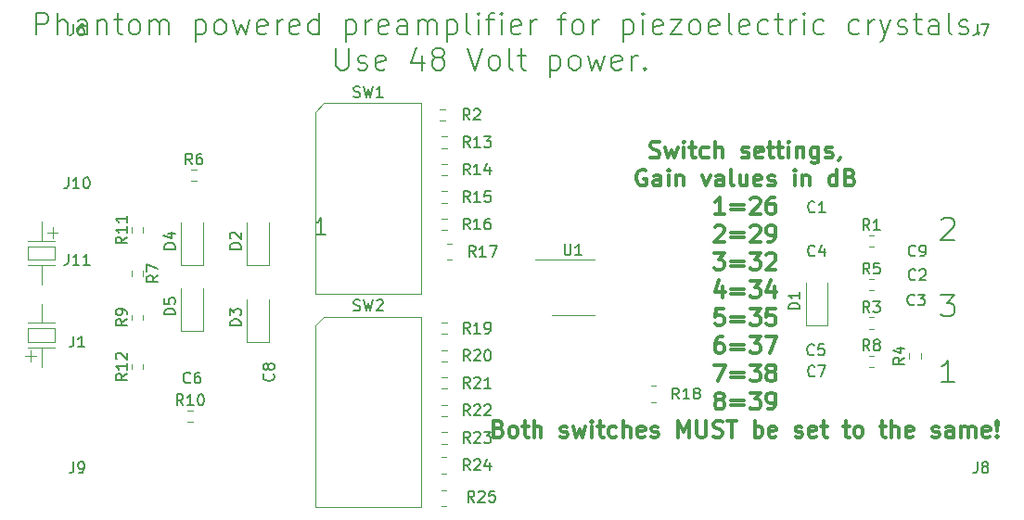
<source format=gbr>
%TF.GenerationSoftware,KiCad,Pcbnew,5.1.10*%
%TF.CreationDate,2021-07-17T21:09:20+02:00*%
%TF.ProjectId,smd-balanced,736d642d-6261-46c6-916e-6365642e6b69,rev?*%
%TF.SameCoordinates,Original*%
%TF.FileFunction,Legend,Top*%
%TF.FilePolarity,Positive*%
%FSLAX46Y46*%
G04 Gerber Fmt 4.6, Leading zero omitted, Abs format (unit mm)*
G04 Created by KiCad (PCBNEW 5.1.10) date 2021-07-17 21:09:20*
%MOMM*%
%LPD*%
G01*
G04 APERTURE LIST*
%ADD10C,0.150000*%
%ADD11C,0.120000*%
%ADD12C,0.300000*%
G04 APERTURE END LIST*
D10*
X63178571Y-53928571D02*
X62321428Y-53928571D01*
X62750000Y-53928571D02*
X62750000Y-52428571D01*
X62607142Y-52642857D01*
X62464285Y-52785714D01*
X62321428Y-52857142D01*
X64154761Y-36904761D02*
X64154761Y-38523809D01*
X64250000Y-38714285D01*
X64345238Y-38809523D01*
X64535714Y-38904761D01*
X64916666Y-38904761D01*
X65107142Y-38809523D01*
X65202380Y-38714285D01*
X65297619Y-38523809D01*
X65297619Y-36904761D01*
X66154761Y-38809523D02*
X66345238Y-38904761D01*
X66726190Y-38904761D01*
X66916666Y-38809523D01*
X67011904Y-38619047D01*
X67011904Y-38523809D01*
X66916666Y-38333333D01*
X66726190Y-38238095D01*
X66440476Y-38238095D01*
X66250000Y-38142857D01*
X66154761Y-37952380D01*
X66154761Y-37857142D01*
X66250000Y-37666666D01*
X66440476Y-37571428D01*
X66726190Y-37571428D01*
X66916666Y-37666666D01*
X68630952Y-38809523D02*
X68440476Y-38904761D01*
X68059523Y-38904761D01*
X67869047Y-38809523D01*
X67773809Y-38619047D01*
X67773809Y-37857142D01*
X67869047Y-37666666D01*
X68059523Y-37571428D01*
X68440476Y-37571428D01*
X68630952Y-37666666D01*
X68726190Y-37857142D01*
X68726190Y-38047619D01*
X67773809Y-38238095D01*
X71964285Y-37571428D02*
X71964285Y-38904761D01*
X71488095Y-36809523D02*
X71011904Y-38238095D01*
X72250000Y-38238095D01*
X73297619Y-37761904D02*
X73107142Y-37666666D01*
X73011904Y-37571428D01*
X72916666Y-37380952D01*
X72916666Y-37285714D01*
X73011904Y-37095238D01*
X73107142Y-37000000D01*
X73297619Y-36904761D01*
X73678571Y-36904761D01*
X73869047Y-37000000D01*
X73964285Y-37095238D01*
X74059523Y-37285714D01*
X74059523Y-37380952D01*
X73964285Y-37571428D01*
X73869047Y-37666666D01*
X73678571Y-37761904D01*
X73297619Y-37761904D01*
X73107142Y-37857142D01*
X73011904Y-37952380D01*
X72916666Y-38142857D01*
X72916666Y-38523809D01*
X73011904Y-38714285D01*
X73107142Y-38809523D01*
X73297619Y-38904761D01*
X73678571Y-38904761D01*
X73869047Y-38809523D01*
X73964285Y-38714285D01*
X74059523Y-38523809D01*
X74059523Y-38142857D01*
X73964285Y-37952380D01*
X73869047Y-37857142D01*
X73678571Y-37761904D01*
X76154761Y-36904761D02*
X76821428Y-38904761D01*
X77488095Y-36904761D01*
X78440476Y-38904761D02*
X78250000Y-38809523D01*
X78154761Y-38714285D01*
X78059523Y-38523809D01*
X78059523Y-37952380D01*
X78154761Y-37761904D01*
X78250000Y-37666666D01*
X78440476Y-37571428D01*
X78726190Y-37571428D01*
X78916666Y-37666666D01*
X79011904Y-37761904D01*
X79107142Y-37952380D01*
X79107142Y-38523809D01*
X79011904Y-38714285D01*
X78916666Y-38809523D01*
X78726190Y-38904761D01*
X78440476Y-38904761D01*
X80250000Y-38904761D02*
X80059523Y-38809523D01*
X79964285Y-38619047D01*
X79964285Y-36904761D01*
X80726190Y-37571428D02*
X81488095Y-37571428D01*
X81011904Y-36904761D02*
X81011904Y-38619047D01*
X81107142Y-38809523D01*
X81297619Y-38904761D01*
X81488095Y-38904761D01*
X83678571Y-37571428D02*
X83678571Y-39571428D01*
X83678571Y-37666666D02*
X83869047Y-37571428D01*
X84250000Y-37571428D01*
X84440476Y-37666666D01*
X84535714Y-37761904D01*
X84630952Y-37952380D01*
X84630952Y-38523809D01*
X84535714Y-38714285D01*
X84440476Y-38809523D01*
X84250000Y-38904761D01*
X83869047Y-38904761D01*
X83678571Y-38809523D01*
X85773809Y-38904761D02*
X85583333Y-38809523D01*
X85488095Y-38714285D01*
X85392857Y-38523809D01*
X85392857Y-37952380D01*
X85488095Y-37761904D01*
X85583333Y-37666666D01*
X85773809Y-37571428D01*
X86059523Y-37571428D01*
X86250000Y-37666666D01*
X86345238Y-37761904D01*
X86440476Y-37952380D01*
X86440476Y-38523809D01*
X86345238Y-38714285D01*
X86250000Y-38809523D01*
X86059523Y-38904761D01*
X85773809Y-38904761D01*
X87107142Y-37571428D02*
X87488095Y-38904761D01*
X87869047Y-37952380D01*
X88250000Y-38904761D01*
X88630952Y-37571428D01*
X90154761Y-38809523D02*
X89964285Y-38904761D01*
X89583333Y-38904761D01*
X89392857Y-38809523D01*
X89297619Y-38619047D01*
X89297619Y-37857142D01*
X89392857Y-37666666D01*
X89583333Y-37571428D01*
X89964285Y-37571428D01*
X90154761Y-37666666D01*
X90250000Y-37857142D01*
X90250000Y-38047619D01*
X89297619Y-38238095D01*
X91107142Y-38904761D02*
X91107142Y-37571428D01*
X91107142Y-37952380D02*
X91202380Y-37761904D01*
X91297619Y-37666666D01*
X91488095Y-37571428D01*
X91678571Y-37571428D01*
X92345238Y-38714285D02*
X92440476Y-38809523D01*
X92345238Y-38904761D01*
X92250000Y-38809523D01*
X92345238Y-38714285D01*
X92345238Y-38904761D01*
X36750000Y-35654761D02*
X36750000Y-33654761D01*
X37511904Y-33654761D01*
X37702380Y-33750000D01*
X37797619Y-33845238D01*
X37892857Y-34035714D01*
X37892857Y-34321428D01*
X37797619Y-34511904D01*
X37702380Y-34607142D01*
X37511904Y-34702380D01*
X36750000Y-34702380D01*
X38750000Y-35654761D02*
X38750000Y-33654761D01*
X39607142Y-35654761D02*
X39607142Y-34607142D01*
X39511904Y-34416666D01*
X39321428Y-34321428D01*
X39035714Y-34321428D01*
X38845238Y-34416666D01*
X38750000Y-34511904D01*
X41416666Y-35654761D02*
X41416666Y-34607142D01*
X41321428Y-34416666D01*
X41130952Y-34321428D01*
X40750000Y-34321428D01*
X40559523Y-34416666D01*
X41416666Y-35559523D02*
X41226190Y-35654761D01*
X40750000Y-35654761D01*
X40559523Y-35559523D01*
X40464285Y-35369047D01*
X40464285Y-35178571D01*
X40559523Y-34988095D01*
X40750000Y-34892857D01*
X41226190Y-34892857D01*
X41416666Y-34797619D01*
X42369047Y-34321428D02*
X42369047Y-35654761D01*
X42369047Y-34511904D02*
X42464285Y-34416666D01*
X42654761Y-34321428D01*
X42940476Y-34321428D01*
X43130952Y-34416666D01*
X43226190Y-34607142D01*
X43226190Y-35654761D01*
X43892857Y-34321428D02*
X44654761Y-34321428D01*
X44178571Y-33654761D02*
X44178571Y-35369047D01*
X44273809Y-35559523D01*
X44464285Y-35654761D01*
X44654761Y-35654761D01*
X45607142Y-35654761D02*
X45416666Y-35559523D01*
X45321428Y-35464285D01*
X45226190Y-35273809D01*
X45226190Y-34702380D01*
X45321428Y-34511904D01*
X45416666Y-34416666D01*
X45607142Y-34321428D01*
X45892857Y-34321428D01*
X46083333Y-34416666D01*
X46178571Y-34511904D01*
X46273809Y-34702380D01*
X46273809Y-35273809D01*
X46178571Y-35464285D01*
X46083333Y-35559523D01*
X45892857Y-35654761D01*
X45607142Y-35654761D01*
X47130952Y-35654761D02*
X47130952Y-34321428D01*
X47130952Y-34511904D02*
X47226190Y-34416666D01*
X47416666Y-34321428D01*
X47702380Y-34321428D01*
X47892857Y-34416666D01*
X47988095Y-34607142D01*
X47988095Y-35654761D01*
X47988095Y-34607142D02*
X48083333Y-34416666D01*
X48273809Y-34321428D01*
X48559523Y-34321428D01*
X48750000Y-34416666D01*
X48845238Y-34607142D01*
X48845238Y-35654761D01*
X51321428Y-34321428D02*
X51321428Y-36321428D01*
X51321428Y-34416666D02*
X51511904Y-34321428D01*
X51892857Y-34321428D01*
X52083333Y-34416666D01*
X52178571Y-34511904D01*
X52273809Y-34702380D01*
X52273809Y-35273809D01*
X52178571Y-35464285D01*
X52083333Y-35559523D01*
X51892857Y-35654761D01*
X51511904Y-35654761D01*
X51321428Y-35559523D01*
X53416666Y-35654761D02*
X53226190Y-35559523D01*
X53130952Y-35464285D01*
X53035714Y-35273809D01*
X53035714Y-34702380D01*
X53130952Y-34511904D01*
X53226190Y-34416666D01*
X53416666Y-34321428D01*
X53702380Y-34321428D01*
X53892857Y-34416666D01*
X53988095Y-34511904D01*
X54083333Y-34702380D01*
X54083333Y-35273809D01*
X53988095Y-35464285D01*
X53892857Y-35559523D01*
X53702380Y-35654761D01*
X53416666Y-35654761D01*
X54750000Y-34321428D02*
X55130952Y-35654761D01*
X55511904Y-34702380D01*
X55892857Y-35654761D01*
X56273809Y-34321428D01*
X57797619Y-35559523D02*
X57607142Y-35654761D01*
X57226190Y-35654761D01*
X57035714Y-35559523D01*
X56940476Y-35369047D01*
X56940476Y-34607142D01*
X57035714Y-34416666D01*
X57226190Y-34321428D01*
X57607142Y-34321428D01*
X57797619Y-34416666D01*
X57892857Y-34607142D01*
X57892857Y-34797619D01*
X56940476Y-34988095D01*
X58750000Y-35654761D02*
X58750000Y-34321428D01*
X58750000Y-34702380D02*
X58845238Y-34511904D01*
X58940476Y-34416666D01*
X59130952Y-34321428D01*
X59321428Y-34321428D01*
X60750000Y-35559523D02*
X60559523Y-35654761D01*
X60178571Y-35654761D01*
X59988095Y-35559523D01*
X59892857Y-35369047D01*
X59892857Y-34607142D01*
X59988095Y-34416666D01*
X60178571Y-34321428D01*
X60559523Y-34321428D01*
X60750000Y-34416666D01*
X60845238Y-34607142D01*
X60845238Y-34797619D01*
X59892857Y-34988095D01*
X62559523Y-35654761D02*
X62559523Y-33654761D01*
X62559523Y-35559523D02*
X62369047Y-35654761D01*
X61988095Y-35654761D01*
X61797619Y-35559523D01*
X61702380Y-35464285D01*
X61607142Y-35273809D01*
X61607142Y-34702380D01*
X61702380Y-34511904D01*
X61797619Y-34416666D01*
X61988095Y-34321428D01*
X62369047Y-34321428D01*
X62559523Y-34416666D01*
X65035714Y-34321428D02*
X65035714Y-36321428D01*
X65035714Y-34416666D02*
X65226190Y-34321428D01*
X65607142Y-34321428D01*
X65797619Y-34416666D01*
X65892857Y-34511904D01*
X65988095Y-34702380D01*
X65988095Y-35273809D01*
X65892857Y-35464285D01*
X65797619Y-35559523D01*
X65607142Y-35654761D01*
X65226190Y-35654761D01*
X65035714Y-35559523D01*
X66845238Y-35654761D02*
X66845238Y-34321428D01*
X66845238Y-34702380D02*
X66940476Y-34511904D01*
X67035714Y-34416666D01*
X67226190Y-34321428D01*
X67416666Y-34321428D01*
X68845238Y-35559523D02*
X68654761Y-35654761D01*
X68273809Y-35654761D01*
X68083333Y-35559523D01*
X67988095Y-35369047D01*
X67988095Y-34607142D01*
X68083333Y-34416666D01*
X68273809Y-34321428D01*
X68654761Y-34321428D01*
X68845238Y-34416666D01*
X68940476Y-34607142D01*
X68940476Y-34797619D01*
X67988095Y-34988095D01*
X70654761Y-35654761D02*
X70654761Y-34607142D01*
X70559523Y-34416666D01*
X70369047Y-34321428D01*
X69988095Y-34321428D01*
X69797619Y-34416666D01*
X70654761Y-35559523D02*
X70464285Y-35654761D01*
X69988095Y-35654761D01*
X69797619Y-35559523D01*
X69702380Y-35369047D01*
X69702380Y-35178571D01*
X69797619Y-34988095D01*
X69988095Y-34892857D01*
X70464285Y-34892857D01*
X70654761Y-34797619D01*
X71607142Y-35654761D02*
X71607142Y-34321428D01*
X71607142Y-34511904D02*
X71702380Y-34416666D01*
X71892857Y-34321428D01*
X72178571Y-34321428D01*
X72369047Y-34416666D01*
X72464285Y-34607142D01*
X72464285Y-35654761D01*
X72464285Y-34607142D02*
X72559523Y-34416666D01*
X72750000Y-34321428D01*
X73035714Y-34321428D01*
X73226190Y-34416666D01*
X73321428Y-34607142D01*
X73321428Y-35654761D01*
X74273809Y-34321428D02*
X74273809Y-36321428D01*
X74273809Y-34416666D02*
X74464285Y-34321428D01*
X74845238Y-34321428D01*
X75035714Y-34416666D01*
X75130952Y-34511904D01*
X75226190Y-34702380D01*
X75226190Y-35273809D01*
X75130952Y-35464285D01*
X75035714Y-35559523D01*
X74845238Y-35654761D01*
X74464285Y-35654761D01*
X74273809Y-35559523D01*
X76369047Y-35654761D02*
X76178571Y-35559523D01*
X76083333Y-35369047D01*
X76083333Y-33654761D01*
X77130952Y-35654761D02*
X77130952Y-34321428D01*
X77130952Y-33654761D02*
X77035714Y-33750000D01*
X77130952Y-33845238D01*
X77226190Y-33750000D01*
X77130952Y-33654761D01*
X77130952Y-33845238D01*
X77797619Y-34321428D02*
X78559523Y-34321428D01*
X78083333Y-35654761D02*
X78083333Y-33940476D01*
X78178571Y-33750000D01*
X78369047Y-33654761D01*
X78559523Y-33654761D01*
X79226190Y-35654761D02*
X79226190Y-34321428D01*
X79226190Y-33654761D02*
X79130952Y-33750000D01*
X79226190Y-33845238D01*
X79321428Y-33750000D01*
X79226190Y-33654761D01*
X79226190Y-33845238D01*
X80940476Y-35559523D02*
X80750000Y-35654761D01*
X80369047Y-35654761D01*
X80178571Y-35559523D01*
X80083333Y-35369047D01*
X80083333Y-34607142D01*
X80178571Y-34416666D01*
X80369047Y-34321428D01*
X80750000Y-34321428D01*
X80940476Y-34416666D01*
X81035714Y-34607142D01*
X81035714Y-34797619D01*
X80083333Y-34988095D01*
X81892857Y-35654761D02*
X81892857Y-34321428D01*
X81892857Y-34702380D02*
X81988095Y-34511904D01*
X82083333Y-34416666D01*
X82273809Y-34321428D01*
X82464285Y-34321428D01*
X84369047Y-34321428D02*
X85130952Y-34321428D01*
X84654761Y-35654761D02*
X84654761Y-33940476D01*
X84750000Y-33750000D01*
X84940476Y-33654761D01*
X85130952Y-33654761D01*
X86083333Y-35654761D02*
X85892857Y-35559523D01*
X85797619Y-35464285D01*
X85702380Y-35273809D01*
X85702380Y-34702380D01*
X85797619Y-34511904D01*
X85892857Y-34416666D01*
X86083333Y-34321428D01*
X86369047Y-34321428D01*
X86559523Y-34416666D01*
X86654761Y-34511904D01*
X86750000Y-34702380D01*
X86750000Y-35273809D01*
X86654761Y-35464285D01*
X86559523Y-35559523D01*
X86369047Y-35654761D01*
X86083333Y-35654761D01*
X87607142Y-35654761D02*
X87607142Y-34321428D01*
X87607142Y-34702380D02*
X87702380Y-34511904D01*
X87797619Y-34416666D01*
X87988095Y-34321428D01*
X88178571Y-34321428D01*
X90369047Y-34321428D02*
X90369047Y-36321428D01*
X90369047Y-34416666D02*
X90559523Y-34321428D01*
X90940476Y-34321428D01*
X91130952Y-34416666D01*
X91226190Y-34511904D01*
X91321428Y-34702380D01*
X91321428Y-35273809D01*
X91226190Y-35464285D01*
X91130952Y-35559523D01*
X90940476Y-35654761D01*
X90559523Y-35654761D01*
X90369047Y-35559523D01*
X92178571Y-35654761D02*
X92178571Y-34321428D01*
X92178571Y-33654761D02*
X92083333Y-33750000D01*
X92178571Y-33845238D01*
X92273809Y-33750000D01*
X92178571Y-33654761D01*
X92178571Y-33845238D01*
X93892857Y-35559523D02*
X93702380Y-35654761D01*
X93321428Y-35654761D01*
X93130952Y-35559523D01*
X93035714Y-35369047D01*
X93035714Y-34607142D01*
X93130952Y-34416666D01*
X93321428Y-34321428D01*
X93702380Y-34321428D01*
X93892857Y-34416666D01*
X93988095Y-34607142D01*
X93988095Y-34797619D01*
X93035714Y-34988095D01*
X94654761Y-34321428D02*
X95702380Y-34321428D01*
X94654761Y-35654761D01*
X95702380Y-35654761D01*
X96750000Y-35654761D02*
X96559523Y-35559523D01*
X96464285Y-35464285D01*
X96369047Y-35273809D01*
X96369047Y-34702380D01*
X96464285Y-34511904D01*
X96559523Y-34416666D01*
X96750000Y-34321428D01*
X97035714Y-34321428D01*
X97226190Y-34416666D01*
X97321428Y-34511904D01*
X97416666Y-34702380D01*
X97416666Y-35273809D01*
X97321428Y-35464285D01*
X97226190Y-35559523D01*
X97035714Y-35654761D01*
X96750000Y-35654761D01*
X99035714Y-35559523D02*
X98845238Y-35654761D01*
X98464285Y-35654761D01*
X98273809Y-35559523D01*
X98178571Y-35369047D01*
X98178571Y-34607142D01*
X98273809Y-34416666D01*
X98464285Y-34321428D01*
X98845238Y-34321428D01*
X99035714Y-34416666D01*
X99130952Y-34607142D01*
X99130952Y-34797619D01*
X98178571Y-34988095D01*
X100273809Y-35654761D02*
X100083333Y-35559523D01*
X99988095Y-35369047D01*
X99988095Y-33654761D01*
X101797619Y-35559523D02*
X101607142Y-35654761D01*
X101226190Y-35654761D01*
X101035714Y-35559523D01*
X100940476Y-35369047D01*
X100940476Y-34607142D01*
X101035714Y-34416666D01*
X101226190Y-34321428D01*
X101607142Y-34321428D01*
X101797619Y-34416666D01*
X101892857Y-34607142D01*
X101892857Y-34797619D01*
X100940476Y-34988095D01*
X103607142Y-35559523D02*
X103416666Y-35654761D01*
X103035714Y-35654761D01*
X102845238Y-35559523D01*
X102750000Y-35464285D01*
X102654761Y-35273809D01*
X102654761Y-34702380D01*
X102750000Y-34511904D01*
X102845238Y-34416666D01*
X103035714Y-34321428D01*
X103416666Y-34321428D01*
X103607142Y-34416666D01*
X104178571Y-34321428D02*
X104940476Y-34321428D01*
X104464285Y-33654761D02*
X104464285Y-35369047D01*
X104559523Y-35559523D01*
X104750000Y-35654761D01*
X104940476Y-35654761D01*
X105607142Y-35654761D02*
X105607142Y-34321428D01*
X105607142Y-34702380D02*
X105702380Y-34511904D01*
X105797619Y-34416666D01*
X105988095Y-34321428D01*
X106178571Y-34321428D01*
X106845238Y-35654761D02*
X106845238Y-34321428D01*
X106845238Y-33654761D02*
X106750000Y-33750000D01*
X106845238Y-33845238D01*
X106940476Y-33750000D01*
X106845238Y-33654761D01*
X106845238Y-33845238D01*
X108654761Y-35559523D02*
X108464285Y-35654761D01*
X108083333Y-35654761D01*
X107892857Y-35559523D01*
X107797619Y-35464285D01*
X107702380Y-35273809D01*
X107702380Y-34702380D01*
X107797619Y-34511904D01*
X107892857Y-34416666D01*
X108083333Y-34321428D01*
X108464285Y-34321428D01*
X108654761Y-34416666D01*
X111892857Y-35559523D02*
X111702380Y-35654761D01*
X111321428Y-35654761D01*
X111130952Y-35559523D01*
X111035714Y-35464285D01*
X110940476Y-35273809D01*
X110940476Y-34702380D01*
X111035714Y-34511904D01*
X111130952Y-34416666D01*
X111321428Y-34321428D01*
X111702380Y-34321428D01*
X111892857Y-34416666D01*
X112750000Y-35654761D02*
X112750000Y-34321428D01*
X112750000Y-34702380D02*
X112845238Y-34511904D01*
X112940476Y-34416666D01*
X113130952Y-34321428D01*
X113321428Y-34321428D01*
X113797619Y-34321428D02*
X114273809Y-35654761D01*
X114750000Y-34321428D02*
X114273809Y-35654761D01*
X114083333Y-36130952D01*
X113988095Y-36226190D01*
X113797619Y-36321428D01*
X115416666Y-35559523D02*
X115607142Y-35654761D01*
X115988095Y-35654761D01*
X116178571Y-35559523D01*
X116273809Y-35369047D01*
X116273809Y-35273809D01*
X116178571Y-35083333D01*
X115988095Y-34988095D01*
X115702380Y-34988095D01*
X115511904Y-34892857D01*
X115416666Y-34702380D01*
X115416666Y-34607142D01*
X115511904Y-34416666D01*
X115702380Y-34321428D01*
X115988095Y-34321428D01*
X116178571Y-34416666D01*
X116845238Y-34321428D02*
X117607142Y-34321428D01*
X117130952Y-33654761D02*
X117130952Y-35369047D01*
X117226190Y-35559523D01*
X117416666Y-35654761D01*
X117607142Y-35654761D01*
X119130952Y-35654761D02*
X119130952Y-34607142D01*
X119035714Y-34416666D01*
X118845238Y-34321428D01*
X118464285Y-34321428D01*
X118273809Y-34416666D01*
X119130952Y-35559523D02*
X118940476Y-35654761D01*
X118464285Y-35654761D01*
X118273809Y-35559523D01*
X118178571Y-35369047D01*
X118178571Y-35178571D01*
X118273809Y-34988095D01*
X118464285Y-34892857D01*
X118940476Y-34892857D01*
X119130952Y-34797619D01*
X120369047Y-35654761D02*
X120178571Y-35559523D01*
X120083333Y-35369047D01*
X120083333Y-33654761D01*
X121035714Y-35559523D02*
X121226190Y-35654761D01*
X121607142Y-35654761D01*
X121797619Y-35559523D01*
X121892857Y-35369047D01*
X121892857Y-35273809D01*
X121797619Y-35083333D01*
X121607142Y-34988095D01*
X121321428Y-34988095D01*
X121130952Y-34892857D01*
X121035714Y-34702380D01*
X121035714Y-34607142D01*
X121130952Y-34416666D01*
X121321428Y-34321428D01*
X121607142Y-34321428D01*
X121797619Y-34416666D01*
X122750000Y-35464285D02*
X122845238Y-35559523D01*
X122750000Y-35654761D01*
X122654761Y-35559523D01*
X122750000Y-35464285D01*
X122750000Y-35654761D01*
D11*
X38500000Y-63750000D02*
X36000000Y-63750000D01*
X36000000Y-62000000D02*
X38500000Y-62000000D01*
X38500000Y-62000000D02*
X37500000Y-62000000D01*
X36750000Y-65000000D02*
X36250000Y-65000000D01*
X36000000Y-62500000D02*
X38500000Y-62500000D01*
X36250000Y-64500000D02*
X36250000Y-65500000D01*
X38500000Y-62500000D02*
X38500000Y-63750000D01*
X36000000Y-62500000D02*
X36000000Y-63750000D01*
X36000000Y-64250000D02*
X38500000Y-64250000D01*
X37250000Y-62000000D02*
X37250000Y-60250000D01*
X37250000Y-64250000D02*
X37250000Y-66000000D01*
X36250000Y-65000000D02*
X35750000Y-65000000D01*
X35750000Y-65000000D02*
X36750000Y-65000000D01*
X35750000Y-65000000D02*
X36250000Y-65000000D01*
X35750000Y-65000000D02*
X35750000Y-65000000D01*
X38250000Y-54250000D02*
X38250000Y-53250000D01*
X38750000Y-53750000D02*
X38250000Y-53750000D01*
X38750000Y-53750000D02*
X38750000Y-53750000D01*
X38250000Y-53750000D02*
X38750000Y-53750000D01*
X37750000Y-53750000D02*
X38250000Y-53750000D01*
X38750000Y-53750000D02*
X37750000Y-53750000D01*
X37250000Y-54500000D02*
X37250000Y-52750000D01*
X38500000Y-54500000D02*
X36000000Y-54500000D01*
X38500000Y-56250000D02*
X38500000Y-55000000D01*
X36000000Y-55000000D02*
X38500000Y-55000000D01*
X36000000Y-56250000D02*
X36000000Y-55000000D01*
X38500000Y-56250000D02*
X36000000Y-56250000D01*
X37250000Y-56750000D02*
X37250000Y-58500000D01*
X36000000Y-56750000D02*
X37000000Y-56750000D01*
X38500000Y-56750000D02*
X36000000Y-56750000D01*
D10*
X119428571Y-52595238D02*
X119523809Y-52500000D01*
X119714285Y-52404761D01*
X120190476Y-52404761D01*
X120380952Y-52500000D01*
X120476190Y-52595238D01*
X120571428Y-52785714D01*
X120571428Y-52976190D01*
X120476190Y-53261904D01*
X119333333Y-54404761D01*
X120571428Y-54404761D01*
X119333333Y-59404761D02*
X120571428Y-59404761D01*
X119904761Y-60166666D01*
X120190476Y-60166666D01*
X120380952Y-60261904D01*
X120476190Y-60357142D01*
X120571428Y-60547619D01*
X120571428Y-61023809D01*
X120476190Y-61214285D01*
X120380952Y-61309523D01*
X120190476Y-61404761D01*
X119619047Y-61404761D01*
X119428571Y-61309523D01*
X119333333Y-61214285D01*
X120571428Y-67404761D02*
X119428571Y-67404761D01*
X120000000Y-67404761D02*
X120000000Y-65404761D01*
X119809523Y-65690476D01*
X119619047Y-65880952D01*
X119428571Y-65976190D01*
D12*
X92821428Y-46857142D02*
X93035714Y-46928571D01*
X93392857Y-46928571D01*
X93535714Y-46857142D01*
X93607142Y-46785714D01*
X93678571Y-46642857D01*
X93678571Y-46500000D01*
X93607142Y-46357142D01*
X93535714Y-46285714D01*
X93392857Y-46214285D01*
X93107142Y-46142857D01*
X92964285Y-46071428D01*
X92892857Y-46000000D01*
X92821428Y-45857142D01*
X92821428Y-45714285D01*
X92892857Y-45571428D01*
X92964285Y-45500000D01*
X93107142Y-45428571D01*
X93464285Y-45428571D01*
X93678571Y-45500000D01*
X94178571Y-45928571D02*
X94464285Y-46928571D01*
X94750000Y-46214285D01*
X95035714Y-46928571D01*
X95321428Y-45928571D01*
X95892857Y-46928571D02*
X95892857Y-45928571D01*
X95892857Y-45428571D02*
X95821428Y-45500000D01*
X95892857Y-45571428D01*
X95964285Y-45500000D01*
X95892857Y-45428571D01*
X95892857Y-45571428D01*
X96392857Y-45928571D02*
X96964285Y-45928571D01*
X96607142Y-45428571D02*
X96607142Y-46714285D01*
X96678571Y-46857142D01*
X96821428Y-46928571D01*
X96964285Y-46928571D01*
X98107142Y-46857142D02*
X97964285Y-46928571D01*
X97678571Y-46928571D01*
X97535714Y-46857142D01*
X97464285Y-46785714D01*
X97392857Y-46642857D01*
X97392857Y-46214285D01*
X97464285Y-46071428D01*
X97535714Y-46000000D01*
X97678571Y-45928571D01*
X97964285Y-45928571D01*
X98107142Y-46000000D01*
X98750000Y-46928571D02*
X98750000Y-45428571D01*
X99392857Y-46928571D02*
X99392857Y-46142857D01*
X99321428Y-46000000D01*
X99178571Y-45928571D01*
X98964285Y-45928571D01*
X98821428Y-46000000D01*
X98750000Y-46071428D01*
X101178571Y-46857142D02*
X101321428Y-46928571D01*
X101607142Y-46928571D01*
X101750000Y-46857142D01*
X101821428Y-46714285D01*
X101821428Y-46642857D01*
X101750000Y-46500000D01*
X101607142Y-46428571D01*
X101392857Y-46428571D01*
X101250000Y-46357142D01*
X101178571Y-46214285D01*
X101178571Y-46142857D01*
X101250000Y-46000000D01*
X101392857Y-45928571D01*
X101607142Y-45928571D01*
X101750000Y-46000000D01*
X103035714Y-46857142D02*
X102892857Y-46928571D01*
X102607142Y-46928571D01*
X102464285Y-46857142D01*
X102392857Y-46714285D01*
X102392857Y-46142857D01*
X102464285Y-46000000D01*
X102607142Y-45928571D01*
X102892857Y-45928571D01*
X103035714Y-46000000D01*
X103107142Y-46142857D01*
X103107142Y-46285714D01*
X102392857Y-46428571D01*
X103535714Y-45928571D02*
X104107142Y-45928571D01*
X103750000Y-45428571D02*
X103750000Y-46714285D01*
X103821428Y-46857142D01*
X103964285Y-46928571D01*
X104107142Y-46928571D01*
X104392857Y-45928571D02*
X104964285Y-45928571D01*
X104607142Y-45428571D02*
X104607142Y-46714285D01*
X104678571Y-46857142D01*
X104821428Y-46928571D01*
X104964285Y-46928571D01*
X105464285Y-46928571D02*
X105464285Y-45928571D01*
X105464285Y-45428571D02*
X105392857Y-45500000D01*
X105464285Y-45571428D01*
X105535714Y-45500000D01*
X105464285Y-45428571D01*
X105464285Y-45571428D01*
X106178571Y-45928571D02*
X106178571Y-46928571D01*
X106178571Y-46071428D02*
X106250000Y-46000000D01*
X106392857Y-45928571D01*
X106607142Y-45928571D01*
X106750000Y-46000000D01*
X106821428Y-46142857D01*
X106821428Y-46928571D01*
X108178571Y-45928571D02*
X108178571Y-47142857D01*
X108107142Y-47285714D01*
X108035714Y-47357142D01*
X107892857Y-47428571D01*
X107678571Y-47428571D01*
X107535714Y-47357142D01*
X108178571Y-46857142D02*
X108035714Y-46928571D01*
X107750000Y-46928571D01*
X107607142Y-46857142D01*
X107535714Y-46785714D01*
X107464285Y-46642857D01*
X107464285Y-46214285D01*
X107535714Y-46071428D01*
X107607142Y-46000000D01*
X107750000Y-45928571D01*
X108035714Y-45928571D01*
X108178571Y-46000000D01*
X108821428Y-46857142D02*
X108964285Y-46928571D01*
X109250000Y-46928571D01*
X109392857Y-46857142D01*
X109464285Y-46714285D01*
X109464285Y-46642857D01*
X109392857Y-46500000D01*
X109250000Y-46428571D01*
X109035714Y-46428571D01*
X108892857Y-46357142D01*
X108821428Y-46214285D01*
X108821428Y-46142857D01*
X108892857Y-46000000D01*
X109035714Y-45928571D01*
X109250000Y-45928571D01*
X109392857Y-46000000D01*
X110178571Y-46857142D02*
X110178571Y-46928571D01*
X110107142Y-47071428D01*
X110035714Y-47142857D01*
X92428571Y-48050000D02*
X92285714Y-47978571D01*
X92071428Y-47978571D01*
X91857142Y-48050000D01*
X91714285Y-48192857D01*
X91642857Y-48335714D01*
X91571428Y-48621428D01*
X91571428Y-48835714D01*
X91642857Y-49121428D01*
X91714285Y-49264285D01*
X91857142Y-49407142D01*
X92071428Y-49478571D01*
X92214285Y-49478571D01*
X92428571Y-49407142D01*
X92500000Y-49335714D01*
X92500000Y-48835714D01*
X92214285Y-48835714D01*
X93785714Y-49478571D02*
X93785714Y-48692857D01*
X93714285Y-48550000D01*
X93571428Y-48478571D01*
X93285714Y-48478571D01*
X93142857Y-48550000D01*
X93785714Y-49407142D02*
X93642857Y-49478571D01*
X93285714Y-49478571D01*
X93142857Y-49407142D01*
X93071428Y-49264285D01*
X93071428Y-49121428D01*
X93142857Y-48978571D01*
X93285714Y-48907142D01*
X93642857Y-48907142D01*
X93785714Y-48835714D01*
X94500000Y-49478571D02*
X94500000Y-48478571D01*
X94500000Y-47978571D02*
X94428571Y-48050000D01*
X94500000Y-48121428D01*
X94571428Y-48050000D01*
X94500000Y-47978571D01*
X94500000Y-48121428D01*
X95214285Y-48478571D02*
X95214285Y-49478571D01*
X95214285Y-48621428D02*
X95285714Y-48550000D01*
X95428571Y-48478571D01*
X95642857Y-48478571D01*
X95785714Y-48550000D01*
X95857142Y-48692857D01*
X95857142Y-49478571D01*
X97571428Y-48478571D02*
X97928571Y-49478571D01*
X98285714Y-48478571D01*
X99500000Y-49478571D02*
X99500000Y-48692857D01*
X99428571Y-48550000D01*
X99285714Y-48478571D01*
X99000000Y-48478571D01*
X98857142Y-48550000D01*
X99500000Y-49407142D02*
X99357142Y-49478571D01*
X99000000Y-49478571D01*
X98857142Y-49407142D01*
X98785714Y-49264285D01*
X98785714Y-49121428D01*
X98857142Y-48978571D01*
X99000000Y-48907142D01*
X99357142Y-48907142D01*
X99500000Y-48835714D01*
X100428571Y-49478571D02*
X100285714Y-49407142D01*
X100214285Y-49264285D01*
X100214285Y-47978571D01*
X101642857Y-48478571D02*
X101642857Y-49478571D01*
X101000000Y-48478571D02*
X101000000Y-49264285D01*
X101071428Y-49407142D01*
X101214285Y-49478571D01*
X101428571Y-49478571D01*
X101571428Y-49407142D01*
X101642857Y-49335714D01*
X102928571Y-49407142D02*
X102785714Y-49478571D01*
X102500000Y-49478571D01*
X102357142Y-49407142D01*
X102285714Y-49264285D01*
X102285714Y-48692857D01*
X102357142Y-48550000D01*
X102500000Y-48478571D01*
X102785714Y-48478571D01*
X102928571Y-48550000D01*
X103000000Y-48692857D01*
X103000000Y-48835714D01*
X102285714Y-48978571D01*
X103571428Y-49407142D02*
X103714285Y-49478571D01*
X104000000Y-49478571D01*
X104142857Y-49407142D01*
X104214285Y-49264285D01*
X104214285Y-49192857D01*
X104142857Y-49050000D01*
X104000000Y-48978571D01*
X103785714Y-48978571D01*
X103642857Y-48907142D01*
X103571428Y-48764285D01*
X103571428Y-48692857D01*
X103642857Y-48550000D01*
X103785714Y-48478571D01*
X104000000Y-48478571D01*
X104142857Y-48550000D01*
X106000000Y-49478571D02*
X106000000Y-48478571D01*
X106000000Y-47978571D02*
X105928571Y-48050000D01*
X106000000Y-48121428D01*
X106071428Y-48050000D01*
X106000000Y-47978571D01*
X106000000Y-48121428D01*
X106714285Y-48478571D02*
X106714285Y-49478571D01*
X106714285Y-48621428D02*
X106785714Y-48550000D01*
X106928571Y-48478571D01*
X107142857Y-48478571D01*
X107285714Y-48550000D01*
X107357142Y-48692857D01*
X107357142Y-49478571D01*
X109857142Y-49478571D02*
X109857142Y-47978571D01*
X109857142Y-49407142D02*
X109714285Y-49478571D01*
X109428571Y-49478571D01*
X109285714Y-49407142D01*
X109214285Y-49335714D01*
X109142857Y-49192857D01*
X109142857Y-48764285D01*
X109214285Y-48621428D01*
X109285714Y-48550000D01*
X109428571Y-48478571D01*
X109714285Y-48478571D01*
X109857142Y-48550000D01*
X111071428Y-48692857D02*
X111285714Y-48764285D01*
X111357142Y-48835714D01*
X111428571Y-48978571D01*
X111428571Y-49192857D01*
X111357142Y-49335714D01*
X111285714Y-49407142D01*
X111142857Y-49478571D01*
X110571428Y-49478571D01*
X110571428Y-47978571D01*
X111071428Y-47978571D01*
X111214285Y-48050000D01*
X111285714Y-48121428D01*
X111357142Y-48264285D01*
X111357142Y-48407142D01*
X111285714Y-48550000D01*
X111214285Y-48621428D01*
X111071428Y-48692857D01*
X110571428Y-48692857D01*
X99571428Y-52028571D02*
X98714285Y-52028571D01*
X99142857Y-52028571D02*
X99142857Y-50528571D01*
X99000000Y-50742857D01*
X98857142Y-50885714D01*
X98714285Y-50957142D01*
X100214285Y-51242857D02*
X101357142Y-51242857D01*
X101357142Y-51671428D02*
X100214285Y-51671428D01*
X102000000Y-50671428D02*
X102071428Y-50600000D01*
X102214285Y-50528571D01*
X102571428Y-50528571D01*
X102714285Y-50600000D01*
X102785714Y-50671428D01*
X102857142Y-50814285D01*
X102857142Y-50957142D01*
X102785714Y-51171428D01*
X101928571Y-52028571D01*
X102857142Y-52028571D01*
X104142857Y-50528571D02*
X103857142Y-50528571D01*
X103714285Y-50600000D01*
X103642857Y-50671428D01*
X103500000Y-50885714D01*
X103428571Y-51171428D01*
X103428571Y-51742857D01*
X103500000Y-51885714D01*
X103571428Y-51957142D01*
X103714285Y-52028571D01*
X104000000Y-52028571D01*
X104142857Y-51957142D01*
X104214285Y-51885714D01*
X104285714Y-51742857D01*
X104285714Y-51385714D01*
X104214285Y-51242857D01*
X104142857Y-51171428D01*
X104000000Y-51100000D01*
X103714285Y-51100000D01*
X103571428Y-51171428D01*
X103500000Y-51242857D01*
X103428571Y-51385714D01*
X98714285Y-53221428D02*
X98785714Y-53150000D01*
X98928571Y-53078571D01*
X99285714Y-53078571D01*
X99428571Y-53150000D01*
X99500000Y-53221428D01*
X99571428Y-53364285D01*
X99571428Y-53507142D01*
X99500000Y-53721428D01*
X98642857Y-54578571D01*
X99571428Y-54578571D01*
X100214285Y-53792857D02*
X101357142Y-53792857D01*
X101357142Y-54221428D02*
X100214285Y-54221428D01*
X102000000Y-53221428D02*
X102071428Y-53150000D01*
X102214285Y-53078571D01*
X102571428Y-53078571D01*
X102714285Y-53150000D01*
X102785714Y-53221428D01*
X102857142Y-53364285D01*
X102857142Y-53507142D01*
X102785714Y-53721428D01*
X101928571Y-54578571D01*
X102857142Y-54578571D01*
X103571428Y-54578571D02*
X103857142Y-54578571D01*
X104000000Y-54507142D01*
X104071428Y-54435714D01*
X104214285Y-54221428D01*
X104285714Y-53935714D01*
X104285714Y-53364285D01*
X104214285Y-53221428D01*
X104142857Y-53150000D01*
X104000000Y-53078571D01*
X103714285Y-53078571D01*
X103571428Y-53150000D01*
X103500000Y-53221428D01*
X103428571Y-53364285D01*
X103428571Y-53721428D01*
X103500000Y-53864285D01*
X103571428Y-53935714D01*
X103714285Y-54007142D01*
X104000000Y-54007142D01*
X104142857Y-53935714D01*
X104214285Y-53864285D01*
X104285714Y-53721428D01*
X98642857Y-55628571D02*
X99571428Y-55628571D01*
X99071428Y-56200000D01*
X99285714Y-56200000D01*
X99428571Y-56271428D01*
X99500000Y-56342857D01*
X99571428Y-56485714D01*
X99571428Y-56842857D01*
X99500000Y-56985714D01*
X99428571Y-57057142D01*
X99285714Y-57128571D01*
X98857142Y-57128571D01*
X98714285Y-57057142D01*
X98642857Y-56985714D01*
X100214285Y-56342857D02*
X101357142Y-56342857D01*
X101357142Y-56771428D02*
X100214285Y-56771428D01*
X101928571Y-55628571D02*
X102857142Y-55628571D01*
X102357142Y-56200000D01*
X102571428Y-56200000D01*
X102714285Y-56271428D01*
X102785714Y-56342857D01*
X102857142Y-56485714D01*
X102857142Y-56842857D01*
X102785714Y-56985714D01*
X102714285Y-57057142D01*
X102571428Y-57128571D01*
X102142857Y-57128571D01*
X102000000Y-57057142D01*
X101928571Y-56985714D01*
X103428571Y-55771428D02*
X103500000Y-55700000D01*
X103642857Y-55628571D01*
X104000000Y-55628571D01*
X104142857Y-55700000D01*
X104214285Y-55771428D01*
X104285714Y-55914285D01*
X104285714Y-56057142D01*
X104214285Y-56271428D01*
X103357142Y-57128571D01*
X104285714Y-57128571D01*
X99428571Y-58678571D02*
X99428571Y-59678571D01*
X99071428Y-58107142D02*
X98714285Y-59178571D01*
X99642857Y-59178571D01*
X100214285Y-58892857D02*
X101357142Y-58892857D01*
X101357142Y-59321428D02*
X100214285Y-59321428D01*
X101928571Y-58178571D02*
X102857142Y-58178571D01*
X102357142Y-58750000D01*
X102571428Y-58750000D01*
X102714285Y-58821428D01*
X102785714Y-58892857D01*
X102857142Y-59035714D01*
X102857142Y-59392857D01*
X102785714Y-59535714D01*
X102714285Y-59607142D01*
X102571428Y-59678571D01*
X102142857Y-59678571D01*
X102000000Y-59607142D01*
X101928571Y-59535714D01*
X104142857Y-58678571D02*
X104142857Y-59678571D01*
X103785714Y-58107142D02*
X103428571Y-59178571D01*
X104357142Y-59178571D01*
X99500000Y-60728571D02*
X98785714Y-60728571D01*
X98714285Y-61442857D01*
X98785714Y-61371428D01*
X98928571Y-61300000D01*
X99285714Y-61300000D01*
X99428571Y-61371428D01*
X99500000Y-61442857D01*
X99571428Y-61585714D01*
X99571428Y-61942857D01*
X99500000Y-62085714D01*
X99428571Y-62157142D01*
X99285714Y-62228571D01*
X98928571Y-62228571D01*
X98785714Y-62157142D01*
X98714285Y-62085714D01*
X100214285Y-61442857D02*
X101357142Y-61442857D01*
X101357142Y-61871428D02*
X100214285Y-61871428D01*
X101928571Y-60728571D02*
X102857142Y-60728571D01*
X102357142Y-61300000D01*
X102571428Y-61300000D01*
X102714285Y-61371428D01*
X102785714Y-61442857D01*
X102857142Y-61585714D01*
X102857142Y-61942857D01*
X102785714Y-62085714D01*
X102714285Y-62157142D01*
X102571428Y-62228571D01*
X102142857Y-62228571D01*
X102000000Y-62157142D01*
X101928571Y-62085714D01*
X104214285Y-60728571D02*
X103500000Y-60728571D01*
X103428571Y-61442857D01*
X103500000Y-61371428D01*
X103642857Y-61300000D01*
X104000000Y-61300000D01*
X104142857Y-61371428D01*
X104214285Y-61442857D01*
X104285714Y-61585714D01*
X104285714Y-61942857D01*
X104214285Y-62085714D01*
X104142857Y-62157142D01*
X104000000Y-62228571D01*
X103642857Y-62228571D01*
X103500000Y-62157142D01*
X103428571Y-62085714D01*
X99428571Y-63278571D02*
X99142857Y-63278571D01*
X99000000Y-63350000D01*
X98928571Y-63421428D01*
X98785714Y-63635714D01*
X98714285Y-63921428D01*
X98714285Y-64492857D01*
X98785714Y-64635714D01*
X98857142Y-64707142D01*
X99000000Y-64778571D01*
X99285714Y-64778571D01*
X99428571Y-64707142D01*
X99500000Y-64635714D01*
X99571428Y-64492857D01*
X99571428Y-64135714D01*
X99500000Y-63992857D01*
X99428571Y-63921428D01*
X99285714Y-63850000D01*
X99000000Y-63850000D01*
X98857142Y-63921428D01*
X98785714Y-63992857D01*
X98714285Y-64135714D01*
X100214285Y-63992857D02*
X101357142Y-63992857D01*
X101357142Y-64421428D02*
X100214285Y-64421428D01*
X101928571Y-63278571D02*
X102857142Y-63278571D01*
X102357142Y-63850000D01*
X102571428Y-63850000D01*
X102714285Y-63921428D01*
X102785714Y-63992857D01*
X102857142Y-64135714D01*
X102857142Y-64492857D01*
X102785714Y-64635714D01*
X102714285Y-64707142D01*
X102571428Y-64778571D01*
X102142857Y-64778571D01*
X102000000Y-64707142D01*
X101928571Y-64635714D01*
X103357142Y-63278571D02*
X104357142Y-63278571D01*
X103714285Y-64778571D01*
X98642857Y-65828571D02*
X99642857Y-65828571D01*
X99000000Y-67328571D01*
X100214285Y-66542857D02*
X101357142Y-66542857D01*
X101357142Y-66971428D02*
X100214285Y-66971428D01*
X101928571Y-65828571D02*
X102857142Y-65828571D01*
X102357142Y-66400000D01*
X102571428Y-66400000D01*
X102714285Y-66471428D01*
X102785714Y-66542857D01*
X102857142Y-66685714D01*
X102857142Y-67042857D01*
X102785714Y-67185714D01*
X102714285Y-67257142D01*
X102571428Y-67328571D01*
X102142857Y-67328571D01*
X102000000Y-67257142D01*
X101928571Y-67185714D01*
X103714285Y-66471428D02*
X103571428Y-66400000D01*
X103500000Y-66328571D01*
X103428571Y-66185714D01*
X103428571Y-66114285D01*
X103500000Y-65971428D01*
X103571428Y-65900000D01*
X103714285Y-65828571D01*
X104000000Y-65828571D01*
X104142857Y-65900000D01*
X104214285Y-65971428D01*
X104285714Y-66114285D01*
X104285714Y-66185714D01*
X104214285Y-66328571D01*
X104142857Y-66400000D01*
X104000000Y-66471428D01*
X103714285Y-66471428D01*
X103571428Y-66542857D01*
X103500000Y-66614285D01*
X103428571Y-66757142D01*
X103428571Y-67042857D01*
X103500000Y-67185714D01*
X103571428Y-67257142D01*
X103714285Y-67328571D01*
X104000000Y-67328571D01*
X104142857Y-67257142D01*
X104214285Y-67185714D01*
X104285714Y-67042857D01*
X104285714Y-66757142D01*
X104214285Y-66614285D01*
X104142857Y-66542857D01*
X104000000Y-66471428D01*
X99000000Y-69021428D02*
X98857142Y-68950000D01*
X98785714Y-68878571D01*
X98714285Y-68735714D01*
X98714285Y-68664285D01*
X98785714Y-68521428D01*
X98857142Y-68450000D01*
X99000000Y-68378571D01*
X99285714Y-68378571D01*
X99428571Y-68450000D01*
X99500000Y-68521428D01*
X99571428Y-68664285D01*
X99571428Y-68735714D01*
X99500000Y-68878571D01*
X99428571Y-68950000D01*
X99285714Y-69021428D01*
X99000000Y-69021428D01*
X98857142Y-69092857D01*
X98785714Y-69164285D01*
X98714285Y-69307142D01*
X98714285Y-69592857D01*
X98785714Y-69735714D01*
X98857142Y-69807142D01*
X99000000Y-69878571D01*
X99285714Y-69878571D01*
X99428571Y-69807142D01*
X99500000Y-69735714D01*
X99571428Y-69592857D01*
X99571428Y-69307142D01*
X99500000Y-69164285D01*
X99428571Y-69092857D01*
X99285714Y-69021428D01*
X100214285Y-69092857D02*
X101357142Y-69092857D01*
X101357142Y-69521428D02*
X100214285Y-69521428D01*
X101928571Y-68378571D02*
X102857142Y-68378571D01*
X102357142Y-68950000D01*
X102571428Y-68950000D01*
X102714285Y-69021428D01*
X102785714Y-69092857D01*
X102857142Y-69235714D01*
X102857142Y-69592857D01*
X102785714Y-69735714D01*
X102714285Y-69807142D01*
X102571428Y-69878571D01*
X102142857Y-69878571D01*
X102000000Y-69807142D01*
X101928571Y-69735714D01*
X103571428Y-69878571D02*
X103857142Y-69878571D01*
X104000000Y-69807142D01*
X104071428Y-69735714D01*
X104214285Y-69521428D01*
X104285714Y-69235714D01*
X104285714Y-68664285D01*
X104214285Y-68521428D01*
X104142857Y-68450000D01*
X104000000Y-68378571D01*
X103714285Y-68378571D01*
X103571428Y-68450000D01*
X103500000Y-68521428D01*
X103428571Y-68664285D01*
X103428571Y-69021428D01*
X103500000Y-69164285D01*
X103571428Y-69235714D01*
X103714285Y-69307142D01*
X104000000Y-69307142D01*
X104142857Y-69235714D01*
X104214285Y-69164285D01*
X104285714Y-69021428D01*
X78999999Y-71642857D02*
X79214285Y-71714285D01*
X79285714Y-71785714D01*
X79357142Y-71928571D01*
X79357142Y-72142857D01*
X79285714Y-72285714D01*
X79214285Y-72357142D01*
X79071428Y-72428571D01*
X78499999Y-72428571D01*
X78499999Y-70928571D01*
X78999999Y-70928571D01*
X79142857Y-71000000D01*
X79214285Y-71071428D01*
X79285714Y-71214285D01*
X79285714Y-71357142D01*
X79214285Y-71500000D01*
X79142857Y-71571428D01*
X78999999Y-71642857D01*
X78499999Y-71642857D01*
X80214285Y-72428571D02*
X80071428Y-72357142D01*
X79999999Y-72285714D01*
X79928571Y-72142857D01*
X79928571Y-71714285D01*
X79999999Y-71571428D01*
X80071428Y-71500000D01*
X80214285Y-71428571D01*
X80428571Y-71428571D01*
X80571428Y-71500000D01*
X80642857Y-71571428D01*
X80714285Y-71714285D01*
X80714285Y-72142857D01*
X80642857Y-72285714D01*
X80571428Y-72357142D01*
X80428571Y-72428571D01*
X80214285Y-72428571D01*
X81142857Y-71428571D02*
X81714285Y-71428571D01*
X81357142Y-70928571D02*
X81357142Y-72214285D01*
X81428571Y-72357142D01*
X81571428Y-72428571D01*
X81714285Y-72428571D01*
X82214285Y-72428571D02*
X82214285Y-70928571D01*
X82857142Y-72428571D02*
X82857142Y-71642857D01*
X82785714Y-71500000D01*
X82642857Y-71428571D01*
X82428571Y-71428571D01*
X82285714Y-71500000D01*
X82214285Y-71571428D01*
X84642857Y-72357142D02*
X84785714Y-72428571D01*
X85071428Y-72428571D01*
X85214285Y-72357142D01*
X85285714Y-72214285D01*
X85285714Y-72142857D01*
X85214285Y-72000000D01*
X85071428Y-71928571D01*
X84857142Y-71928571D01*
X84714285Y-71857142D01*
X84642857Y-71714285D01*
X84642857Y-71642857D01*
X84714285Y-71500000D01*
X84857142Y-71428571D01*
X85071428Y-71428571D01*
X85214285Y-71500000D01*
X85785714Y-71428571D02*
X86071428Y-72428571D01*
X86357142Y-71714285D01*
X86642857Y-72428571D01*
X86928571Y-71428571D01*
X87499999Y-72428571D02*
X87499999Y-71428571D01*
X87499999Y-70928571D02*
X87428571Y-71000000D01*
X87499999Y-71071428D01*
X87571428Y-71000000D01*
X87499999Y-70928571D01*
X87499999Y-71071428D01*
X88000000Y-71428571D02*
X88571428Y-71428571D01*
X88214285Y-70928571D02*
X88214285Y-72214285D01*
X88285714Y-72357142D01*
X88428571Y-72428571D01*
X88571428Y-72428571D01*
X89714285Y-72357142D02*
X89571428Y-72428571D01*
X89285714Y-72428571D01*
X89142857Y-72357142D01*
X89071428Y-72285714D01*
X88999999Y-72142857D01*
X88999999Y-71714285D01*
X89071428Y-71571428D01*
X89142857Y-71500000D01*
X89285714Y-71428571D01*
X89571428Y-71428571D01*
X89714285Y-71500000D01*
X90357142Y-72428571D02*
X90357142Y-70928571D01*
X90999999Y-72428571D02*
X90999999Y-71642857D01*
X90928571Y-71500000D01*
X90785714Y-71428571D01*
X90571428Y-71428571D01*
X90428571Y-71500000D01*
X90357142Y-71571428D01*
X92285714Y-72357142D02*
X92142857Y-72428571D01*
X91857142Y-72428571D01*
X91714285Y-72357142D01*
X91642857Y-72214285D01*
X91642857Y-71642857D01*
X91714285Y-71500000D01*
X91857142Y-71428571D01*
X92142857Y-71428571D01*
X92285714Y-71500000D01*
X92357142Y-71642857D01*
X92357142Y-71785714D01*
X91642857Y-71928571D01*
X92928571Y-72357142D02*
X93071428Y-72428571D01*
X93357142Y-72428571D01*
X93499999Y-72357142D01*
X93571428Y-72214285D01*
X93571428Y-72142857D01*
X93499999Y-72000000D01*
X93357142Y-71928571D01*
X93142857Y-71928571D01*
X92999999Y-71857142D01*
X92928571Y-71714285D01*
X92928571Y-71642857D01*
X92999999Y-71500000D01*
X93142857Y-71428571D01*
X93357142Y-71428571D01*
X93499999Y-71500000D01*
X95357142Y-72428571D02*
X95357142Y-70928571D01*
X95857142Y-72000000D01*
X96357142Y-70928571D01*
X96357142Y-72428571D01*
X97071428Y-70928571D02*
X97071428Y-72142857D01*
X97142857Y-72285714D01*
X97214285Y-72357142D01*
X97357142Y-72428571D01*
X97642857Y-72428571D01*
X97785714Y-72357142D01*
X97857142Y-72285714D01*
X97928571Y-72142857D01*
X97928571Y-70928571D01*
X98571428Y-72357142D02*
X98785714Y-72428571D01*
X99142857Y-72428571D01*
X99285714Y-72357142D01*
X99357142Y-72285714D01*
X99428571Y-72142857D01*
X99428571Y-72000000D01*
X99357142Y-71857142D01*
X99285714Y-71785714D01*
X99142857Y-71714285D01*
X98857142Y-71642857D01*
X98714285Y-71571428D01*
X98642857Y-71500000D01*
X98571428Y-71357142D01*
X98571428Y-71214285D01*
X98642857Y-71071428D01*
X98714285Y-71000000D01*
X98857142Y-70928571D01*
X99214285Y-70928571D01*
X99428571Y-71000000D01*
X99857142Y-70928571D02*
X100714285Y-70928571D01*
X100285714Y-72428571D02*
X100285714Y-70928571D01*
X102357142Y-72428571D02*
X102357142Y-70928571D01*
X102357142Y-71500000D02*
X102499999Y-71428571D01*
X102785714Y-71428571D01*
X102928571Y-71500000D01*
X102999999Y-71571428D01*
X103071428Y-71714285D01*
X103071428Y-72142857D01*
X102999999Y-72285714D01*
X102928571Y-72357142D01*
X102785714Y-72428571D01*
X102499999Y-72428571D01*
X102357142Y-72357142D01*
X104285714Y-72357142D02*
X104142857Y-72428571D01*
X103857142Y-72428571D01*
X103714285Y-72357142D01*
X103642857Y-72214285D01*
X103642857Y-71642857D01*
X103714285Y-71500000D01*
X103857142Y-71428571D01*
X104142857Y-71428571D01*
X104285714Y-71500000D01*
X104357142Y-71642857D01*
X104357142Y-71785714D01*
X103642857Y-71928571D01*
X106071428Y-72357142D02*
X106214285Y-72428571D01*
X106499999Y-72428571D01*
X106642857Y-72357142D01*
X106714285Y-72214285D01*
X106714285Y-72142857D01*
X106642857Y-72000000D01*
X106499999Y-71928571D01*
X106285714Y-71928571D01*
X106142857Y-71857142D01*
X106071428Y-71714285D01*
X106071428Y-71642857D01*
X106142857Y-71500000D01*
X106285714Y-71428571D01*
X106499999Y-71428571D01*
X106642857Y-71500000D01*
X107928571Y-72357142D02*
X107785714Y-72428571D01*
X107499999Y-72428571D01*
X107357142Y-72357142D01*
X107285714Y-72214285D01*
X107285714Y-71642857D01*
X107357142Y-71500000D01*
X107499999Y-71428571D01*
X107785714Y-71428571D01*
X107928571Y-71500000D01*
X107999999Y-71642857D01*
X107999999Y-71785714D01*
X107285714Y-71928571D01*
X108428571Y-71428571D02*
X108999999Y-71428571D01*
X108642857Y-70928571D02*
X108642857Y-72214285D01*
X108714285Y-72357142D01*
X108857142Y-72428571D01*
X108999999Y-72428571D01*
X110428571Y-71428571D02*
X110999999Y-71428571D01*
X110642857Y-70928571D02*
X110642857Y-72214285D01*
X110714285Y-72357142D01*
X110857142Y-72428571D01*
X110999999Y-72428571D01*
X111714285Y-72428571D02*
X111571428Y-72357142D01*
X111499999Y-72285714D01*
X111428571Y-72142857D01*
X111428571Y-71714285D01*
X111499999Y-71571428D01*
X111571428Y-71500000D01*
X111714285Y-71428571D01*
X111928571Y-71428571D01*
X112071428Y-71500000D01*
X112142857Y-71571428D01*
X112214285Y-71714285D01*
X112214285Y-72142857D01*
X112142857Y-72285714D01*
X112071428Y-72357142D01*
X111928571Y-72428571D01*
X111714285Y-72428571D01*
X113785714Y-71428571D02*
X114357142Y-71428571D01*
X113999999Y-70928571D02*
X113999999Y-72214285D01*
X114071428Y-72357142D01*
X114214285Y-72428571D01*
X114357142Y-72428571D01*
X114857142Y-72428571D02*
X114857142Y-70928571D01*
X115499999Y-72428571D02*
X115499999Y-71642857D01*
X115428571Y-71500000D01*
X115285714Y-71428571D01*
X115071428Y-71428571D01*
X114928571Y-71500000D01*
X114857142Y-71571428D01*
X116785714Y-72357142D02*
X116642857Y-72428571D01*
X116357142Y-72428571D01*
X116214285Y-72357142D01*
X116142857Y-72214285D01*
X116142857Y-71642857D01*
X116214285Y-71500000D01*
X116357142Y-71428571D01*
X116642857Y-71428571D01*
X116785714Y-71500000D01*
X116857142Y-71642857D01*
X116857142Y-71785714D01*
X116142857Y-71928571D01*
X118571428Y-72357142D02*
X118714285Y-72428571D01*
X118999999Y-72428571D01*
X119142857Y-72357142D01*
X119214285Y-72214285D01*
X119214285Y-72142857D01*
X119142857Y-72000000D01*
X118999999Y-71928571D01*
X118785714Y-71928571D01*
X118642857Y-71857142D01*
X118571428Y-71714285D01*
X118571428Y-71642857D01*
X118642857Y-71500000D01*
X118785714Y-71428571D01*
X118999999Y-71428571D01*
X119142857Y-71500000D01*
X120499999Y-72428571D02*
X120499999Y-71642857D01*
X120428571Y-71500000D01*
X120285714Y-71428571D01*
X119999999Y-71428571D01*
X119857142Y-71500000D01*
X120499999Y-72357142D02*
X120357142Y-72428571D01*
X119999999Y-72428571D01*
X119857142Y-72357142D01*
X119785714Y-72214285D01*
X119785714Y-72071428D01*
X119857142Y-71928571D01*
X119999999Y-71857142D01*
X120357142Y-71857142D01*
X120499999Y-71785714D01*
X121214285Y-72428571D02*
X121214285Y-71428571D01*
X121214285Y-71571428D02*
X121285714Y-71500000D01*
X121428571Y-71428571D01*
X121642857Y-71428571D01*
X121785714Y-71500000D01*
X121857142Y-71642857D01*
X121857142Y-72428571D01*
X121857142Y-71642857D02*
X121928571Y-71500000D01*
X122071428Y-71428571D01*
X122285714Y-71428571D01*
X122428571Y-71500000D01*
X122499999Y-71642857D01*
X122499999Y-72428571D01*
X123785714Y-72357142D02*
X123642857Y-72428571D01*
X123357142Y-72428571D01*
X123214285Y-72357142D01*
X123142857Y-72214285D01*
X123142857Y-71642857D01*
X123214285Y-71500000D01*
X123357142Y-71428571D01*
X123642857Y-71428571D01*
X123785714Y-71500000D01*
X123857142Y-71642857D01*
X123857142Y-71785714D01*
X123142857Y-71928571D01*
X124499999Y-72285714D02*
X124571428Y-72357142D01*
X124499999Y-72428571D01*
X124428571Y-72357142D01*
X124499999Y-72285714D01*
X124499999Y-72428571D01*
X124499999Y-71857142D02*
X124428571Y-71000000D01*
X124499999Y-70928571D01*
X124571428Y-71000000D01*
X124499999Y-71857142D01*
X124499999Y-70928571D01*
D11*
%TO.C,D1*%
X107000000Y-62250000D02*
X109000000Y-62250000D01*
X109000000Y-62250000D02*
X109000000Y-58350000D01*
X107000000Y-62250000D02*
X107000000Y-58350000D01*
%TO.C,D2*%
X56000000Y-56750000D02*
X56000000Y-52850000D01*
X58000000Y-56750000D02*
X58000000Y-52850000D01*
X56000000Y-56750000D02*
X58000000Y-56750000D01*
%TO.C,D3*%
X56000000Y-63750000D02*
X58000000Y-63750000D01*
X58000000Y-63750000D02*
X58000000Y-59850000D01*
X56000000Y-63750000D02*
X56000000Y-59850000D01*
%TO.C,D4*%
X50000000Y-56750000D02*
X50000000Y-52850000D01*
X52000000Y-56750000D02*
X52000000Y-52850000D01*
X50000000Y-56750000D02*
X52000000Y-56750000D01*
%TO.C,D5*%
X50000000Y-62750000D02*
X52000000Y-62750000D01*
X52000000Y-62750000D02*
X52000000Y-58850000D01*
X50000000Y-62750000D02*
X50000000Y-58850000D01*
%TO.C,R1*%
X112762742Y-53977500D02*
X113237258Y-53977500D01*
X112762742Y-55022500D02*
X113237258Y-55022500D01*
%TO.C,R2*%
X74062258Y-43522500D02*
X73587742Y-43522500D01*
X74062258Y-42477500D02*
X73587742Y-42477500D01*
%TO.C,R3*%
X112762742Y-61477500D02*
X113237258Y-61477500D01*
X112762742Y-62522500D02*
X113237258Y-62522500D01*
%TO.C,R4*%
X117522500Y-65237258D02*
X117522500Y-64762742D01*
X116477500Y-65237258D02*
X116477500Y-64762742D01*
%TO.C,R5*%
X112762742Y-59022500D02*
X113237258Y-59022500D01*
X112762742Y-57977500D02*
X113237258Y-57977500D01*
%TO.C,R6*%
X50937742Y-49022500D02*
X51412258Y-49022500D01*
X50937742Y-47977500D02*
X51412258Y-47977500D01*
%TO.C,R8*%
X112762742Y-66022500D02*
X113237258Y-66022500D01*
X112762742Y-64977500D02*
X113237258Y-64977500D01*
%TO.C,R9*%
X46522500Y-61737258D02*
X46522500Y-61262742D01*
X45477500Y-61737258D02*
X45477500Y-61262742D01*
%TO.C,R10*%
X50587742Y-69977500D02*
X51062258Y-69977500D01*
X50587742Y-71022500D02*
X51062258Y-71022500D01*
%TO.C,R11*%
X45477500Y-53737258D02*
X45477500Y-53262742D01*
X46522500Y-53737258D02*
X46522500Y-53262742D01*
%TO.C,R12*%
X45477500Y-66237258D02*
X45477500Y-65762742D01*
X46522500Y-66237258D02*
X46522500Y-65762742D01*
%TO.C,R13*%
X74237258Y-44977500D02*
X73762742Y-44977500D01*
X74237258Y-46022500D02*
X73762742Y-46022500D01*
%TO.C,R14*%
X74237258Y-48522500D02*
X73762742Y-48522500D01*
X74237258Y-47477500D02*
X73762742Y-47477500D01*
%TO.C,R15*%
X74237258Y-49977500D02*
X73762742Y-49977500D01*
X74237258Y-51022500D02*
X73762742Y-51022500D01*
%TO.C,R16*%
X74237258Y-52477500D02*
X73762742Y-52477500D01*
X74237258Y-53522500D02*
X73762742Y-53522500D01*
%TO.C,R17*%
X74727064Y-56235000D02*
X74272936Y-56235000D01*
X74727064Y-54765000D02*
X74272936Y-54765000D01*
%TO.C,R18*%
X93314564Y-67765000D02*
X92860436Y-67765000D01*
X93314564Y-69235000D02*
X92860436Y-69235000D01*
%TO.C,R19*%
X74237258Y-63022500D02*
X73762742Y-63022500D01*
X74237258Y-61977500D02*
X73762742Y-61977500D01*
%TO.C,R20*%
X74237258Y-65522500D02*
X73762742Y-65522500D01*
X74237258Y-64477500D02*
X73762742Y-64477500D01*
%TO.C,R21*%
X74237258Y-66977500D02*
X73762742Y-66977500D01*
X74237258Y-68022500D02*
X73762742Y-68022500D01*
%TO.C,R22*%
X74237258Y-70522500D02*
X73762742Y-70522500D01*
X74237258Y-69477500D02*
X73762742Y-69477500D01*
%TO.C,R23*%
X74237258Y-71977500D02*
X73762742Y-71977500D01*
X74237258Y-73022500D02*
X73762742Y-73022500D01*
%TO.C,R24*%
X74227064Y-74265000D02*
X73772936Y-74265000D01*
X74227064Y-75735000D02*
X73772936Y-75735000D01*
%TO.C,R25*%
X74227064Y-78735000D02*
X73772936Y-78735000D01*
X74227064Y-77265000D02*
X73772936Y-77265000D01*
%TO.C,SW1*%
X62250000Y-42730000D02*
X63050000Y-41930000D01*
X63050000Y-41930000D02*
X71920000Y-41930000D01*
X71920000Y-41930000D02*
X71920000Y-59310000D01*
X71920000Y-59310000D02*
X62250000Y-59310000D01*
X62250000Y-59310000D02*
X62250000Y-42730000D01*
%TO.C,SW2*%
X62250000Y-78810000D02*
X62250000Y-62230000D01*
X71920000Y-78810000D02*
X62250000Y-78810000D01*
X71920000Y-61430000D02*
X71920000Y-78810000D01*
X63050000Y-61430000D02*
X71920000Y-61430000D01*
X62250000Y-62230000D02*
X63050000Y-61430000D01*
%TO.C,R7*%
X46522500Y-57262742D02*
X46522500Y-57737258D01*
X45477500Y-57262742D02*
X45477500Y-57737258D01*
%TO.C,U1*%
X85750000Y-61310000D02*
X87700000Y-61310000D01*
X85750000Y-61310000D02*
X83800000Y-61310000D01*
X85750000Y-56190000D02*
X87700000Y-56190000D01*
X85750000Y-56190000D02*
X82300000Y-56190000D01*
%TO.C,C1*%
D10*
X107833333Y-51807142D02*
X107785714Y-51854761D01*
X107642857Y-51902380D01*
X107547619Y-51902380D01*
X107404761Y-51854761D01*
X107309523Y-51759523D01*
X107261904Y-51664285D01*
X107214285Y-51473809D01*
X107214285Y-51330952D01*
X107261904Y-51140476D01*
X107309523Y-51045238D01*
X107404761Y-50950000D01*
X107547619Y-50902380D01*
X107642857Y-50902380D01*
X107785714Y-50950000D01*
X107833333Y-50997619D01*
X108785714Y-51902380D02*
X108214285Y-51902380D01*
X108500000Y-51902380D02*
X108500000Y-50902380D01*
X108404761Y-51045238D01*
X108309523Y-51140476D01*
X108214285Y-51188095D01*
%TO.C,C2*%
X117018333Y-58002142D02*
X116970714Y-58049761D01*
X116827857Y-58097380D01*
X116732619Y-58097380D01*
X116589761Y-58049761D01*
X116494523Y-57954523D01*
X116446904Y-57859285D01*
X116399285Y-57668809D01*
X116399285Y-57525952D01*
X116446904Y-57335476D01*
X116494523Y-57240238D01*
X116589761Y-57145000D01*
X116732619Y-57097380D01*
X116827857Y-57097380D01*
X116970714Y-57145000D01*
X117018333Y-57192619D01*
X117399285Y-57192619D02*
X117446904Y-57145000D01*
X117542142Y-57097380D01*
X117780238Y-57097380D01*
X117875476Y-57145000D01*
X117923095Y-57192619D01*
X117970714Y-57287857D01*
X117970714Y-57383095D01*
X117923095Y-57525952D01*
X117351666Y-58097380D01*
X117970714Y-58097380D01*
%TO.C,C3*%
X116925333Y-60307142D02*
X116877714Y-60354761D01*
X116734857Y-60402380D01*
X116639619Y-60402380D01*
X116496761Y-60354761D01*
X116401523Y-60259523D01*
X116353904Y-60164285D01*
X116306285Y-59973809D01*
X116306285Y-59830952D01*
X116353904Y-59640476D01*
X116401523Y-59545238D01*
X116496761Y-59450000D01*
X116639619Y-59402380D01*
X116734857Y-59402380D01*
X116877714Y-59450000D01*
X116925333Y-59497619D01*
X117258666Y-59402380D02*
X117877714Y-59402380D01*
X117544380Y-59783333D01*
X117687238Y-59783333D01*
X117782476Y-59830952D01*
X117830095Y-59878571D01*
X117877714Y-59973809D01*
X117877714Y-60211904D01*
X117830095Y-60307142D01*
X117782476Y-60354761D01*
X117687238Y-60402380D01*
X117401523Y-60402380D01*
X117306285Y-60354761D01*
X117258666Y-60307142D01*
%TO.C,C4*%
X107833333Y-55807142D02*
X107785714Y-55854761D01*
X107642857Y-55902380D01*
X107547619Y-55902380D01*
X107404761Y-55854761D01*
X107309523Y-55759523D01*
X107261904Y-55664285D01*
X107214285Y-55473809D01*
X107214285Y-55330952D01*
X107261904Y-55140476D01*
X107309523Y-55045238D01*
X107404761Y-54950000D01*
X107547619Y-54902380D01*
X107642857Y-54902380D01*
X107785714Y-54950000D01*
X107833333Y-54997619D01*
X108690476Y-55235714D02*
X108690476Y-55902380D01*
X108452380Y-54854761D02*
X108214285Y-55569047D01*
X108833333Y-55569047D01*
%TO.C,C5*%
X107765333Y-64857142D02*
X107717714Y-64904761D01*
X107574857Y-64952380D01*
X107479619Y-64952380D01*
X107336761Y-64904761D01*
X107241523Y-64809523D01*
X107193904Y-64714285D01*
X107146285Y-64523809D01*
X107146285Y-64380952D01*
X107193904Y-64190476D01*
X107241523Y-64095238D01*
X107336761Y-64000000D01*
X107479619Y-63952380D01*
X107574857Y-63952380D01*
X107717714Y-64000000D01*
X107765333Y-64047619D01*
X108670095Y-63952380D02*
X108193904Y-63952380D01*
X108146285Y-64428571D01*
X108193904Y-64380952D01*
X108289142Y-64333333D01*
X108527238Y-64333333D01*
X108622476Y-64380952D01*
X108670095Y-64428571D01*
X108717714Y-64523809D01*
X108717714Y-64761904D01*
X108670095Y-64857142D01*
X108622476Y-64904761D01*
X108527238Y-64952380D01*
X108289142Y-64952380D01*
X108193904Y-64904761D01*
X108146285Y-64857142D01*
%TO.C,C6*%
X50833333Y-67407142D02*
X50785714Y-67454761D01*
X50642857Y-67502380D01*
X50547619Y-67502380D01*
X50404761Y-67454761D01*
X50309523Y-67359523D01*
X50261904Y-67264285D01*
X50214285Y-67073809D01*
X50214285Y-66930952D01*
X50261904Y-66740476D01*
X50309523Y-66645238D01*
X50404761Y-66550000D01*
X50547619Y-66502380D01*
X50642857Y-66502380D01*
X50785714Y-66550000D01*
X50833333Y-66597619D01*
X51690476Y-66502380D02*
X51500000Y-66502380D01*
X51404761Y-66550000D01*
X51357142Y-66597619D01*
X51261904Y-66740476D01*
X51214285Y-66930952D01*
X51214285Y-67311904D01*
X51261904Y-67407142D01*
X51309523Y-67454761D01*
X51404761Y-67502380D01*
X51595238Y-67502380D01*
X51690476Y-67454761D01*
X51738095Y-67407142D01*
X51785714Y-67311904D01*
X51785714Y-67073809D01*
X51738095Y-66978571D01*
X51690476Y-66930952D01*
X51595238Y-66883333D01*
X51404761Y-66883333D01*
X51309523Y-66930952D01*
X51261904Y-66978571D01*
X51214285Y-67073809D01*
%TO.C,C7*%
X107833333Y-66807142D02*
X107785714Y-66854761D01*
X107642857Y-66902380D01*
X107547619Y-66902380D01*
X107404761Y-66854761D01*
X107309523Y-66759523D01*
X107261904Y-66664285D01*
X107214285Y-66473809D01*
X107214285Y-66330952D01*
X107261904Y-66140476D01*
X107309523Y-66045238D01*
X107404761Y-65950000D01*
X107547619Y-65902380D01*
X107642857Y-65902380D01*
X107785714Y-65950000D01*
X107833333Y-65997619D01*
X108166666Y-65902380D02*
X108833333Y-65902380D01*
X108404761Y-66902380D01*
%TO.C,C8*%
X58407142Y-66666666D02*
X58454761Y-66714285D01*
X58502380Y-66857142D01*
X58502380Y-66952380D01*
X58454761Y-67095238D01*
X58359523Y-67190476D01*
X58264285Y-67238095D01*
X58073809Y-67285714D01*
X57930952Y-67285714D01*
X57740476Y-67238095D01*
X57645238Y-67190476D01*
X57550000Y-67095238D01*
X57502380Y-66952380D01*
X57502380Y-66857142D01*
X57550000Y-66714285D01*
X57597619Y-66666666D01*
X57930952Y-66095238D02*
X57883333Y-66190476D01*
X57835714Y-66238095D01*
X57740476Y-66285714D01*
X57692857Y-66285714D01*
X57597619Y-66238095D01*
X57550000Y-66190476D01*
X57502380Y-66095238D01*
X57502380Y-65904761D01*
X57550000Y-65809523D01*
X57597619Y-65761904D01*
X57692857Y-65714285D01*
X57740476Y-65714285D01*
X57835714Y-65761904D01*
X57883333Y-65809523D01*
X57930952Y-65904761D01*
X57930952Y-66095238D01*
X57978571Y-66190476D01*
X58026190Y-66238095D01*
X58121428Y-66285714D01*
X58311904Y-66285714D01*
X58407142Y-66238095D01*
X58454761Y-66190476D01*
X58502380Y-66095238D01*
X58502380Y-65904761D01*
X58454761Y-65809523D01*
X58407142Y-65761904D01*
X58311904Y-65714285D01*
X58121428Y-65714285D01*
X58026190Y-65761904D01*
X57978571Y-65809523D01*
X57930952Y-65904761D01*
%TO.C,C9*%
X117018333Y-55807142D02*
X116970714Y-55854761D01*
X116827857Y-55902380D01*
X116732619Y-55902380D01*
X116589761Y-55854761D01*
X116494523Y-55759523D01*
X116446904Y-55664285D01*
X116399285Y-55473809D01*
X116399285Y-55330952D01*
X116446904Y-55140476D01*
X116494523Y-55045238D01*
X116589761Y-54950000D01*
X116732619Y-54902380D01*
X116827857Y-54902380D01*
X116970714Y-54950000D01*
X117018333Y-54997619D01*
X117494523Y-55902380D02*
X117685000Y-55902380D01*
X117780238Y-55854761D01*
X117827857Y-55807142D01*
X117923095Y-55664285D01*
X117970714Y-55473809D01*
X117970714Y-55092857D01*
X117923095Y-54997619D01*
X117875476Y-54950000D01*
X117780238Y-54902380D01*
X117589761Y-54902380D01*
X117494523Y-54950000D01*
X117446904Y-54997619D01*
X117399285Y-55092857D01*
X117399285Y-55330952D01*
X117446904Y-55426190D01*
X117494523Y-55473809D01*
X117589761Y-55521428D01*
X117780238Y-55521428D01*
X117875476Y-55473809D01*
X117923095Y-55426190D01*
X117970714Y-55330952D01*
%TO.C,D1*%
X106452380Y-60738095D02*
X105452380Y-60738095D01*
X105452380Y-60500000D01*
X105500000Y-60357142D01*
X105595238Y-60261904D01*
X105690476Y-60214285D01*
X105880952Y-60166666D01*
X106023809Y-60166666D01*
X106214285Y-60214285D01*
X106309523Y-60261904D01*
X106404761Y-60357142D01*
X106452380Y-60500000D01*
X106452380Y-60738095D01*
X106452380Y-59214285D02*
X106452380Y-59785714D01*
X106452380Y-59500000D02*
X105452380Y-59500000D01*
X105595238Y-59595238D01*
X105690476Y-59690476D01*
X105738095Y-59785714D01*
%TO.C,D2*%
X55452380Y-55238095D02*
X54452380Y-55238095D01*
X54452380Y-55000000D01*
X54500000Y-54857142D01*
X54595238Y-54761904D01*
X54690476Y-54714285D01*
X54880952Y-54666666D01*
X55023809Y-54666666D01*
X55214285Y-54714285D01*
X55309523Y-54761904D01*
X55404761Y-54857142D01*
X55452380Y-55000000D01*
X55452380Y-55238095D01*
X54547619Y-54285714D02*
X54500000Y-54238095D01*
X54452380Y-54142857D01*
X54452380Y-53904761D01*
X54500000Y-53809523D01*
X54547619Y-53761904D01*
X54642857Y-53714285D01*
X54738095Y-53714285D01*
X54880952Y-53761904D01*
X55452380Y-54333333D01*
X55452380Y-53714285D01*
%TO.C,D3*%
X55452380Y-62238095D02*
X54452380Y-62238095D01*
X54452380Y-62000000D01*
X54500000Y-61857142D01*
X54595238Y-61761904D01*
X54690476Y-61714285D01*
X54880952Y-61666666D01*
X55023809Y-61666666D01*
X55214285Y-61714285D01*
X55309523Y-61761904D01*
X55404761Y-61857142D01*
X55452380Y-62000000D01*
X55452380Y-62238095D01*
X54452380Y-61333333D02*
X54452380Y-60714285D01*
X54833333Y-61047619D01*
X54833333Y-60904761D01*
X54880952Y-60809523D01*
X54928571Y-60761904D01*
X55023809Y-60714285D01*
X55261904Y-60714285D01*
X55357142Y-60761904D01*
X55404761Y-60809523D01*
X55452380Y-60904761D01*
X55452380Y-61190476D01*
X55404761Y-61285714D01*
X55357142Y-61333333D01*
%TO.C,D4*%
X49452380Y-55238095D02*
X48452380Y-55238095D01*
X48452380Y-55000000D01*
X48500000Y-54857142D01*
X48595238Y-54761904D01*
X48690476Y-54714285D01*
X48880952Y-54666666D01*
X49023809Y-54666666D01*
X49214285Y-54714285D01*
X49309523Y-54761904D01*
X49404761Y-54857142D01*
X49452380Y-55000000D01*
X49452380Y-55238095D01*
X48785714Y-53809523D02*
X49452380Y-53809523D01*
X48404761Y-54047619D02*
X49119047Y-54285714D01*
X49119047Y-53666666D01*
%TO.C,D5*%
X49452380Y-61238095D02*
X48452380Y-61238095D01*
X48452380Y-61000000D01*
X48500000Y-60857142D01*
X48595238Y-60761904D01*
X48690476Y-60714285D01*
X48880952Y-60666666D01*
X49023809Y-60666666D01*
X49214285Y-60714285D01*
X49309523Y-60761904D01*
X49404761Y-60857142D01*
X49452380Y-61000000D01*
X49452380Y-61238095D01*
X48452380Y-59761904D02*
X48452380Y-60238095D01*
X48928571Y-60285714D01*
X48880952Y-60238095D01*
X48833333Y-60142857D01*
X48833333Y-59904761D01*
X48880952Y-59809523D01*
X48928571Y-59761904D01*
X49023809Y-59714285D01*
X49261904Y-59714285D01*
X49357142Y-59761904D01*
X49404761Y-59809523D01*
X49452380Y-59904761D01*
X49452380Y-60142857D01*
X49404761Y-60238095D01*
X49357142Y-60285714D01*
%TO.C,J1*%
X40166666Y-63202380D02*
X40166666Y-63916666D01*
X40119047Y-64059523D01*
X40023809Y-64154761D01*
X39880952Y-64202380D01*
X39785714Y-64202380D01*
X41166666Y-64202380D02*
X40595238Y-64202380D01*
X40880952Y-64202380D02*
X40880952Y-63202380D01*
X40785714Y-63345238D01*
X40690476Y-63440476D01*
X40595238Y-63488095D01*
%TO.C,J6*%
X40166666Y-34702380D02*
X40166666Y-35416666D01*
X40119047Y-35559523D01*
X40023809Y-35654761D01*
X39880952Y-35702380D01*
X39785714Y-35702380D01*
X41071428Y-34702380D02*
X40880952Y-34702380D01*
X40785714Y-34750000D01*
X40738095Y-34797619D01*
X40642857Y-34940476D01*
X40595238Y-35130952D01*
X40595238Y-35511904D01*
X40642857Y-35607142D01*
X40690476Y-35654761D01*
X40785714Y-35702380D01*
X40976190Y-35702380D01*
X41071428Y-35654761D01*
X41119047Y-35607142D01*
X41166666Y-35511904D01*
X41166666Y-35273809D01*
X41119047Y-35178571D01*
X41071428Y-35130952D01*
X40976190Y-35083333D01*
X40785714Y-35083333D01*
X40690476Y-35130952D01*
X40642857Y-35178571D01*
X40595238Y-35273809D01*
%TO.C,J7*%
X122666666Y-34702380D02*
X122666666Y-35416666D01*
X122619047Y-35559523D01*
X122523809Y-35654761D01*
X122380952Y-35702380D01*
X122285714Y-35702380D01*
X123047619Y-34702380D02*
X123714285Y-34702380D01*
X123285714Y-35702380D01*
%TO.C,J8*%
X122666666Y-74702380D02*
X122666666Y-75416666D01*
X122619047Y-75559523D01*
X122523809Y-75654761D01*
X122380952Y-75702380D01*
X122285714Y-75702380D01*
X123285714Y-75130952D02*
X123190476Y-75083333D01*
X123142857Y-75035714D01*
X123095238Y-74940476D01*
X123095238Y-74892857D01*
X123142857Y-74797619D01*
X123190476Y-74750000D01*
X123285714Y-74702380D01*
X123476190Y-74702380D01*
X123571428Y-74750000D01*
X123619047Y-74797619D01*
X123666666Y-74892857D01*
X123666666Y-74940476D01*
X123619047Y-75035714D01*
X123571428Y-75083333D01*
X123476190Y-75130952D01*
X123285714Y-75130952D01*
X123190476Y-75178571D01*
X123142857Y-75226190D01*
X123095238Y-75321428D01*
X123095238Y-75511904D01*
X123142857Y-75607142D01*
X123190476Y-75654761D01*
X123285714Y-75702380D01*
X123476190Y-75702380D01*
X123571428Y-75654761D01*
X123619047Y-75607142D01*
X123666666Y-75511904D01*
X123666666Y-75321428D01*
X123619047Y-75226190D01*
X123571428Y-75178571D01*
X123476190Y-75130952D01*
%TO.C,J9*%
X40166666Y-74702380D02*
X40166666Y-75416666D01*
X40119047Y-75559523D01*
X40023809Y-75654761D01*
X39880952Y-75702380D01*
X39785714Y-75702380D01*
X40690476Y-75702380D02*
X40880952Y-75702380D01*
X40976190Y-75654761D01*
X41023809Y-75607142D01*
X41119047Y-75464285D01*
X41166666Y-75273809D01*
X41166666Y-74892857D01*
X41119047Y-74797619D01*
X41071428Y-74750000D01*
X40976190Y-74702380D01*
X40785714Y-74702380D01*
X40690476Y-74750000D01*
X40642857Y-74797619D01*
X40595238Y-74892857D01*
X40595238Y-75130952D01*
X40642857Y-75226190D01*
X40690476Y-75273809D01*
X40785714Y-75321428D01*
X40976190Y-75321428D01*
X41071428Y-75273809D01*
X41119047Y-75226190D01*
X41166666Y-75130952D01*
%TO.C,J10*%
X39690476Y-48702380D02*
X39690476Y-49416666D01*
X39642857Y-49559523D01*
X39547619Y-49654761D01*
X39404761Y-49702380D01*
X39309523Y-49702380D01*
X40690476Y-49702380D02*
X40119047Y-49702380D01*
X40404761Y-49702380D02*
X40404761Y-48702380D01*
X40309523Y-48845238D01*
X40214285Y-48940476D01*
X40119047Y-48988095D01*
X41309523Y-48702380D02*
X41404761Y-48702380D01*
X41500000Y-48750000D01*
X41547619Y-48797619D01*
X41595238Y-48892857D01*
X41642857Y-49083333D01*
X41642857Y-49321428D01*
X41595238Y-49511904D01*
X41547619Y-49607142D01*
X41500000Y-49654761D01*
X41404761Y-49702380D01*
X41309523Y-49702380D01*
X41214285Y-49654761D01*
X41166666Y-49607142D01*
X41119047Y-49511904D01*
X41071428Y-49321428D01*
X41071428Y-49083333D01*
X41119047Y-48892857D01*
X41166666Y-48797619D01*
X41214285Y-48750000D01*
X41309523Y-48702380D01*
%TO.C,J11*%
X39690476Y-55702380D02*
X39690476Y-56416666D01*
X39642857Y-56559523D01*
X39547619Y-56654761D01*
X39404761Y-56702380D01*
X39309523Y-56702380D01*
X40690476Y-56702380D02*
X40119047Y-56702380D01*
X40404761Y-56702380D02*
X40404761Y-55702380D01*
X40309523Y-55845238D01*
X40214285Y-55940476D01*
X40119047Y-55988095D01*
X41642857Y-56702380D02*
X41071428Y-56702380D01*
X41357142Y-56702380D02*
X41357142Y-55702380D01*
X41261904Y-55845238D01*
X41166666Y-55940476D01*
X41071428Y-55988095D01*
%TO.C,R1*%
X112833333Y-53522380D02*
X112500000Y-53046190D01*
X112261904Y-53522380D02*
X112261904Y-52522380D01*
X112642857Y-52522380D01*
X112738095Y-52570000D01*
X112785714Y-52617619D01*
X112833333Y-52712857D01*
X112833333Y-52855714D01*
X112785714Y-52950952D01*
X112738095Y-52998571D01*
X112642857Y-53046190D01*
X112261904Y-53046190D01*
X113785714Y-53522380D02*
X113214285Y-53522380D01*
X113500000Y-53522380D02*
X113500000Y-52522380D01*
X113404761Y-52665238D01*
X113309523Y-52760476D01*
X113214285Y-52808095D01*
%TO.C,R2*%
X76333333Y-43452380D02*
X76000000Y-42976190D01*
X75761904Y-43452380D02*
X75761904Y-42452380D01*
X76142857Y-42452380D01*
X76238095Y-42500000D01*
X76285714Y-42547619D01*
X76333333Y-42642857D01*
X76333333Y-42785714D01*
X76285714Y-42880952D01*
X76238095Y-42928571D01*
X76142857Y-42976190D01*
X75761904Y-42976190D01*
X76714285Y-42547619D02*
X76761904Y-42500000D01*
X76857142Y-42452380D01*
X77095238Y-42452380D01*
X77190476Y-42500000D01*
X77238095Y-42547619D01*
X77285714Y-42642857D01*
X77285714Y-42738095D01*
X77238095Y-42880952D01*
X76666666Y-43452380D01*
X77285714Y-43452380D01*
%TO.C,R3*%
X112833333Y-61022380D02*
X112500000Y-60546190D01*
X112261904Y-61022380D02*
X112261904Y-60022380D01*
X112642857Y-60022380D01*
X112738095Y-60070000D01*
X112785714Y-60117619D01*
X112833333Y-60212857D01*
X112833333Y-60355714D01*
X112785714Y-60450952D01*
X112738095Y-60498571D01*
X112642857Y-60546190D01*
X112261904Y-60546190D01*
X113166666Y-60022380D02*
X113785714Y-60022380D01*
X113452380Y-60403333D01*
X113595238Y-60403333D01*
X113690476Y-60450952D01*
X113738095Y-60498571D01*
X113785714Y-60593809D01*
X113785714Y-60831904D01*
X113738095Y-60927142D01*
X113690476Y-60974761D01*
X113595238Y-61022380D01*
X113309523Y-61022380D01*
X113214285Y-60974761D01*
X113166666Y-60927142D01*
%TO.C,R4*%
X116022380Y-65166666D02*
X115546190Y-65500000D01*
X116022380Y-65738095D02*
X115022380Y-65738095D01*
X115022380Y-65357142D01*
X115070000Y-65261904D01*
X115117619Y-65214285D01*
X115212857Y-65166666D01*
X115355714Y-65166666D01*
X115450952Y-65214285D01*
X115498571Y-65261904D01*
X115546190Y-65357142D01*
X115546190Y-65738095D01*
X115355714Y-64309523D02*
X116022380Y-64309523D01*
X114974761Y-64547619D02*
X115689047Y-64785714D01*
X115689047Y-64166666D01*
%TO.C,R5*%
X112833333Y-57522380D02*
X112500000Y-57046190D01*
X112261904Y-57522380D02*
X112261904Y-56522380D01*
X112642857Y-56522380D01*
X112738095Y-56570000D01*
X112785714Y-56617619D01*
X112833333Y-56712857D01*
X112833333Y-56855714D01*
X112785714Y-56950952D01*
X112738095Y-56998571D01*
X112642857Y-57046190D01*
X112261904Y-57046190D01*
X113738095Y-56522380D02*
X113261904Y-56522380D01*
X113214285Y-56998571D01*
X113261904Y-56950952D01*
X113357142Y-56903333D01*
X113595238Y-56903333D01*
X113690476Y-56950952D01*
X113738095Y-56998571D01*
X113785714Y-57093809D01*
X113785714Y-57331904D01*
X113738095Y-57427142D01*
X113690476Y-57474761D01*
X113595238Y-57522380D01*
X113357142Y-57522380D01*
X113261904Y-57474761D01*
X113214285Y-57427142D01*
%TO.C,R6*%
X51008333Y-47522380D02*
X50675000Y-47046190D01*
X50436904Y-47522380D02*
X50436904Y-46522380D01*
X50817857Y-46522380D01*
X50913095Y-46570000D01*
X50960714Y-46617619D01*
X51008333Y-46712857D01*
X51008333Y-46855714D01*
X50960714Y-46950952D01*
X50913095Y-46998571D01*
X50817857Y-47046190D01*
X50436904Y-47046190D01*
X51865476Y-46522380D02*
X51675000Y-46522380D01*
X51579761Y-46570000D01*
X51532142Y-46617619D01*
X51436904Y-46760476D01*
X51389285Y-46950952D01*
X51389285Y-47331904D01*
X51436904Y-47427142D01*
X51484523Y-47474761D01*
X51579761Y-47522380D01*
X51770238Y-47522380D01*
X51865476Y-47474761D01*
X51913095Y-47427142D01*
X51960714Y-47331904D01*
X51960714Y-47093809D01*
X51913095Y-46998571D01*
X51865476Y-46950952D01*
X51770238Y-46903333D01*
X51579761Y-46903333D01*
X51484523Y-46950952D01*
X51436904Y-46998571D01*
X51389285Y-47093809D01*
%TO.C,R8*%
X112833333Y-64522380D02*
X112500000Y-64046190D01*
X112261904Y-64522380D02*
X112261904Y-63522380D01*
X112642857Y-63522380D01*
X112738095Y-63570000D01*
X112785714Y-63617619D01*
X112833333Y-63712857D01*
X112833333Y-63855714D01*
X112785714Y-63950952D01*
X112738095Y-63998571D01*
X112642857Y-64046190D01*
X112261904Y-64046190D01*
X113404761Y-63950952D02*
X113309523Y-63903333D01*
X113261904Y-63855714D01*
X113214285Y-63760476D01*
X113214285Y-63712857D01*
X113261904Y-63617619D01*
X113309523Y-63570000D01*
X113404761Y-63522380D01*
X113595238Y-63522380D01*
X113690476Y-63570000D01*
X113738095Y-63617619D01*
X113785714Y-63712857D01*
X113785714Y-63760476D01*
X113738095Y-63855714D01*
X113690476Y-63903333D01*
X113595238Y-63950952D01*
X113404761Y-63950952D01*
X113309523Y-63998571D01*
X113261904Y-64046190D01*
X113214285Y-64141428D01*
X113214285Y-64331904D01*
X113261904Y-64427142D01*
X113309523Y-64474761D01*
X113404761Y-64522380D01*
X113595238Y-64522380D01*
X113690476Y-64474761D01*
X113738095Y-64427142D01*
X113785714Y-64331904D01*
X113785714Y-64141428D01*
X113738095Y-64046190D01*
X113690476Y-63998571D01*
X113595238Y-63950952D01*
%TO.C,R9*%
X45022380Y-61666666D02*
X44546190Y-62000000D01*
X45022380Y-62238095D02*
X44022380Y-62238095D01*
X44022380Y-61857142D01*
X44070000Y-61761904D01*
X44117619Y-61714285D01*
X44212857Y-61666666D01*
X44355714Y-61666666D01*
X44450952Y-61714285D01*
X44498571Y-61761904D01*
X44546190Y-61857142D01*
X44546190Y-62238095D01*
X45022380Y-61190476D02*
X45022380Y-61000000D01*
X44974761Y-60904761D01*
X44927142Y-60857142D01*
X44784285Y-60761904D01*
X44593809Y-60714285D01*
X44212857Y-60714285D01*
X44117619Y-60761904D01*
X44070000Y-60809523D01*
X44022380Y-60904761D01*
X44022380Y-61095238D01*
X44070000Y-61190476D01*
X44117619Y-61238095D01*
X44212857Y-61285714D01*
X44450952Y-61285714D01*
X44546190Y-61238095D01*
X44593809Y-61190476D01*
X44641428Y-61095238D01*
X44641428Y-60904761D01*
X44593809Y-60809523D01*
X44546190Y-60761904D01*
X44450952Y-60714285D01*
%TO.C,R10*%
X50182142Y-69522380D02*
X49848809Y-69046190D01*
X49610714Y-69522380D02*
X49610714Y-68522380D01*
X49991666Y-68522380D01*
X50086904Y-68570000D01*
X50134523Y-68617619D01*
X50182142Y-68712857D01*
X50182142Y-68855714D01*
X50134523Y-68950952D01*
X50086904Y-68998571D01*
X49991666Y-69046190D01*
X49610714Y-69046190D01*
X51134523Y-69522380D02*
X50563095Y-69522380D01*
X50848809Y-69522380D02*
X50848809Y-68522380D01*
X50753571Y-68665238D01*
X50658333Y-68760476D01*
X50563095Y-68808095D01*
X51753571Y-68522380D02*
X51848809Y-68522380D01*
X51944047Y-68570000D01*
X51991666Y-68617619D01*
X52039285Y-68712857D01*
X52086904Y-68903333D01*
X52086904Y-69141428D01*
X52039285Y-69331904D01*
X51991666Y-69427142D01*
X51944047Y-69474761D01*
X51848809Y-69522380D01*
X51753571Y-69522380D01*
X51658333Y-69474761D01*
X51610714Y-69427142D01*
X51563095Y-69331904D01*
X51515476Y-69141428D01*
X51515476Y-68903333D01*
X51563095Y-68712857D01*
X51610714Y-68617619D01*
X51658333Y-68570000D01*
X51753571Y-68522380D01*
%TO.C,R11*%
X45022380Y-54142857D02*
X44546190Y-54476190D01*
X45022380Y-54714285D02*
X44022380Y-54714285D01*
X44022380Y-54333333D01*
X44070000Y-54238095D01*
X44117619Y-54190476D01*
X44212857Y-54142857D01*
X44355714Y-54142857D01*
X44450952Y-54190476D01*
X44498571Y-54238095D01*
X44546190Y-54333333D01*
X44546190Y-54714285D01*
X45022380Y-53190476D02*
X45022380Y-53761904D01*
X45022380Y-53476190D02*
X44022380Y-53476190D01*
X44165238Y-53571428D01*
X44260476Y-53666666D01*
X44308095Y-53761904D01*
X45022380Y-52238095D02*
X45022380Y-52809523D01*
X45022380Y-52523809D02*
X44022380Y-52523809D01*
X44165238Y-52619047D01*
X44260476Y-52714285D01*
X44308095Y-52809523D01*
%TO.C,R12*%
X45022380Y-66642857D02*
X44546190Y-66976190D01*
X45022380Y-67214285D02*
X44022380Y-67214285D01*
X44022380Y-66833333D01*
X44070000Y-66738095D01*
X44117619Y-66690476D01*
X44212857Y-66642857D01*
X44355714Y-66642857D01*
X44450952Y-66690476D01*
X44498571Y-66738095D01*
X44546190Y-66833333D01*
X44546190Y-67214285D01*
X45022380Y-65690476D02*
X45022380Y-66261904D01*
X45022380Y-65976190D02*
X44022380Y-65976190D01*
X44165238Y-66071428D01*
X44260476Y-66166666D01*
X44308095Y-66261904D01*
X44117619Y-65309523D02*
X44070000Y-65261904D01*
X44022380Y-65166666D01*
X44022380Y-64928571D01*
X44070000Y-64833333D01*
X44117619Y-64785714D01*
X44212857Y-64738095D01*
X44308095Y-64738095D01*
X44450952Y-64785714D01*
X45022380Y-65357142D01*
X45022380Y-64738095D01*
%TO.C,R13*%
X76357142Y-45952380D02*
X76023809Y-45476190D01*
X75785714Y-45952380D02*
X75785714Y-44952380D01*
X76166666Y-44952380D01*
X76261904Y-45000000D01*
X76309523Y-45047619D01*
X76357142Y-45142857D01*
X76357142Y-45285714D01*
X76309523Y-45380952D01*
X76261904Y-45428571D01*
X76166666Y-45476190D01*
X75785714Y-45476190D01*
X77309523Y-45952380D02*
X76738095Y-45952380D01*
X77023809Y-45952380D02*
X77023809Y-44952380D01*
X76928571Y-45095238D01*
X76833333Y-45190476D01*
X76738095Y-45238095D01*
X77642857Y-44952380D02*
X78261904Y-44952380D01*
X77928571Y-45333333D01*
X78071428Y-45333333D01*
X78166666Y-45380952D01*
X78214285Y-45428571D01*
X78261904Y-45523809D01*
X78261904Y-45761904D01*
X78214285Y-45857142D01*
X78166666Y-45904761D01*
X78071428Y-45952380D01*
X77785714Y-45952380D01*
X77690476Y-45904761D01*
X77642857Y-45857142D01*
%TO.C,R14*%
X76357142Y-48452380D02*
X76023809Y-47976190D01*
X75785714Y-48452380D02*
X75785714Y-47452380D01*
X76166666Y-47452380D01*
X76261904Y-47500000D01*
X76309523Y-47547619D01*
X76357142Y-47642857D01*
X76357142Y-47785714D01*
X76309523Y-47880952D01*
X76261904Y-47928571D01*
X76166666Y-47976190D01*
X75785714Y-47976190D01*
X77309523Y-48452380D02*
X76738095Y-48452380D01*
X77023809Y-48452380D02*
X77023809Y-47452380D01*
X76928571Y-47595238D01*
X76833333Y-47690476D01*
X76738095Y-47738095D01*
X78166666Y-47785714D02*
X78166666Y-48452380D01*
X77928571Y-47404761D02*
X77690476Y-48119047D01*
X78309523Y-48119047D01*
%TO.C,R15*%
X76357142Y-50952380D02*
X76023809Y-50476190D01*
X75785714Y-50952380D02*
X75785714Y-49952380D01*
X76166666Y-49952380D01*
X76261904Y-50000000D01*
X76309523Y-50047619D01*
X76357142Y-50142857D01*
X76357142Y-50285714D01*
X76309523Y-50380952D01*
X76261904Y-50428571D01*
X76166666Y-50476190D01*
X75785714Y-50476190D01*
X77309523Y-50952380D02*
X76738095Y-50952380D01*
X77023809Y-50952380D02*
X77023809Y-49952380D01*
X76928571Y-50095238D01*
X76833333Y-50190476D01*
X76738095Y-50238095D01*
X78214285Y-49952380D02*
X77738095Y-49952380D01*
X77690476Y-50428571D01*
X77738095Y-50380952D01*
X77833333Y-50333333D01*
X78071428Y-50333333D01*
X78166666Y-50380952D01*
X78214285Y-50428571D01*
X78261904Y-50523809D01*
X78261904Y-50761904D01*
X78214285Y-50857142D01*
X78166666Y-50904761D01*
X78071428Y-50952380D01*
X77833333Y-50952380D01*
X77738095Y-50904761D01*
X77690476Y-50857142D01*
%TO.C,R16*%
X76357142Y-53452380D02*
X76023809Y-52976190D01*
X75785714Y-53452380D02*
X75785714Y-52452380D01*
X76166666Y-52452380D01*
X76261904Y-52500000D01*
X76309523Y-52547619D01*
X76357142Y-52642857D01*
X76357142Y-52785714D01*
X76309523Y-52880952D01*
X76261904Y-52928571D01*
X76166666Y-52976190D01*
X75785714Y-52976190D01*
X77309523Y-53452380D02*
X76738095Y-53452380D01*
X77023809Y-53452380D02*
X77023809Y-52452380D01*
X76928571Y-52595238D01*
X76833333Y-52690476D01*
X76738095Y-52738095D01*
X78166666Y-52452380D02*
X77976190Y-52452380D01*
X77880952Y-52500000D01*
X77833333Y-52547619D01*
X77738095Y-52690476D01*
X77690476Y-52880952D01*
X77690476Y-53261904D01*
X77738095Y-53357142D01*
X77785714Y-53404761D01*
X77880952Y-53452380D01*
X78071428Y-53452380D01*
X78166666Y-53404761D01*
X78214285Y-53357142D01*
X78261904Y-53261904D01*
X78261904Y-53023809D01*
X78214285Y-52928571D01*
X78166666Y-52880952D01*
X78071428Y-52833333D01*
X77880952Y-52833333D01*
X77785714Y-52880952D01*
X77738095Y-52928571D01*
X77690476Y-53023809D01*
%TO.C,R17*%
X76857142Y-55952380D02*
X76523809Y-55476190D01*
X76285714Y-55952380D02*
X76285714Y-54952380D01*
X76666666Y-54952380D01*
X76761904Y-55000000D01*
X76809523Y-55047619D01*
X76857142Y-55142857D01*
X76857142Y-55285714D01*
X76809523Y-55380952D01*
X76761904Y-55428571D01*
X76666666Y-55476190D01*
X76285714Y-55476190D01*
X77809523Y-55952380D02*
X77238095Y-55952380D01*
X77523809Y-55952380D02*
X77523809Y-54952380D01*
X77428571Y-55095238D01*
X77333333Y-55190476D01*
X77238095Y-55238095D01*
X78142857Y-54952380D02*
X78809523Y-54952380D01*
X78380952Y-55952380D01*
%TO.C,R18*%
X95444642Y-68952380D02*
X95111309Y-68476190D01*
X94873214Y-68952380D02*
X94873214Y-67952380D01*
X95254166Y-67952380D01*
X95349404Y-68000000D01*
X95397023Y-68047619D01*
X95444642Y-68142857D01*
X95444642Y-68285714D01*
X95397023Y-68380952D01*
X95349404Y-68428571D01*
X95254166Y-68476190D01*
X94873214Y-68476190D01*
X96397023Y-68952380D02*
X95825595Y-68952380D01*
X96111309Y-68952380D02*
X96111309Y-67952380D01*
X96016071Y-68095238D01*
X95920833Y-68190476D01*
X95825595Y-68238095D01*
X96968452Y-68380952D02*
X96873214Y-68333333D01*
X96825595Y-68285714D01*
X96777976Y-68190476D01*
X96777976Y-68142857D01*
X96825595Y-68047619D01*
X96873214Y-68000000D01*
X96968452Y-67952380D01*
X97158928Y-67952380D01*
X97254166Y-68000000D01*
X97301785Y-68047619D01*
X97349404Y-68142857D01*
X97349404Y-68190476D01*
X97301785Y-68285714D01*
X97254166Y-68333333D01*
X97158928Y-68380952D01*
X96968452Y-68380952D01*
X96873214Y-68428571D01*
X96825595Y-68476190D01*
X96777976Y-68571428D01*
X96777976Y-68761904D01*
X96825595Y-68857142D01*
X96873214Y-68904761D01*
X96968452Y-68952380D01*
X97158928Y-68952380D01*
X97254166Y-68904761D01*
X97301785Y-68857142D01*
X97349404Y-68761904D01*
X97349404Y-68571428D01*
X97301785Y-68476190D01*
X97254166Y-68428571D01*
X97158928Y-68380952D01*
%TO.C,R19*%
X76357142Y-62952380D02*
X76023809Y-62476190D01*
X75785714Y-62952380D02*
X75785714Y-61952380D01*
X76166666Y-61952380D01*
X76261904Y-62000000D01*
X76309523Y-62047619D01*
X76357142Y-62142857D01*
X76357142Y-62285714D01*
X76309523Y-62380952D01*
X76261904Y-62428571D01*
X76166666Y-62476190D01*
X75785714Y-62476190D01*
X77309523Y-62952380D02*
X76738095Y-62952380D01*
X77023809Y-62952380D02*
X77023809Y-61952380D01*
X76928571Y-62095238D01*
X76833333Y-62190476D01*
X76738095Y-62238095D01*
X77785714Y-62952380D02*
X77976190Y-62952380D01*
X78071428Y-62904761D01*
X78119047Y-62857142D01*
X78214285Y-62714285D01*
X78261904Y-62523809D01*
X78261904Y-62142857D01*
X78214285Y-62047619D01*
X78166666Y-62000000D01*
X78071428Y-61952380D01*
X77880952Y-61952380D01*
X77785714Y-62000000D01*
X77738095Y-62047619D01*
X77690476Y-62142857D01*
X77690476Y-62380952D01*
X77738095Y-62476190D01*
X77785714Y-62523809D01*
X77880952Y-62571428D01*
X78071428Y-62571428D01*
X78166666Y-62523809D01*
X78214285Y-62476190D01*
X78261904Y-62380952D01*
%TO.C,R20*%
X76357142Y-65452380D02*
X76023809Y-64976190D01*
X75785714Y-65452380D02*
X75785714Y-64452380D01*
X76166666Y-64452380D01*
X76261904Y-64500000D01*
X76309523Y-64547619D01*
X76357142Y-64642857D01*
X76357142Y-64785714D01*
X76309523Y-64880952D01*
X76261904Y-64928571D01*
X76166666Y-64976190D01*
X75785714Y-64976190D01*
X76738095Y-64547619D02*
X76785714Y-64500000D01*
X76880952Y-64452380D01*
X77119047Y-64452380D01*
X77214285Y-64500000D01*
X77261904Y-64547619D01*
X77309523Y-64642857D01*
X77309523Y-64738095D01*
X77261904Y-64880952D01*
X76690476Y-65452380D01*
X77309523Y-65452380D01*
X77928571Y-64452380D02*
X78023809Y-64452380D01*
X78119047Y-64500000D01*
X78166666Y-64547619D01*
X78214285Y-64642857D01*
X78261904Y-64833333D01*
X78261904Y-65071428D01*
X78214285Y-65261904D01*
X78166666Y-65357142D01*
X78119047Y-65404761D01*
X78023809Y-65452380D01*
X77928571Y-65452380D01*
X77833333Y-65404761D01*
X77785714Y-65357142D01*
X77738095Y-65261904D01*
X77690476Y-65071428D01*
X77690476Y-64833333D01*
X77738095Y-64642857D01*
X77785714Y-64547619D01*
X77833333Y-64500000D01*
X77928571Y-64452380D01*
%TO.C,R21*%
X76357142Y-67952380D02*
X76023809Y-67476190D01*
X75785714Y-67952380D02*
X75785714Y-66952380D01*
X76166666Y-66952380D01*
X76261904Y-67000000D01*
X76309523Y-67047619D01*
X76357142Y-67142857D01*
X76357142Y-67285714D01*
X76309523Y-67380952D01*
X76261904Y-67428571D01*
X76166666Y-67476190D01*
X75785714Y-67476190D01*
X76738095Y-67047619D02*
X76785714Y-67000000D01*
X76880952Y-66952380D01*
X77119047Y-66952380D01*
X77214285Y-67000000D01*
X77261904Y-67047619D01*
X77309523Y-67142857D01*
X77309523Y-67238095D01*
X77261904Y-67380952D01*
X76690476Y-67952380D01*
X77309523Y-67952380D01*
X78261904Y-67952380D02*
X77690476Y-67952380D01*
X77976190Y-67952380D02*
X77976190Y-66952380D01*
X77880952Y-67095238D01*
X77785714Y-67190476D01*
X77690476Y-67238095D01*
%TO.C,R22*%
X76357142Y-70452380D02*
X76023809Y-69976190D01*
X75785714Y-70452380D02*
X75785714Y-69452380D01*
X76166666Y-69452380D01*
X76261904Y-69500000D01*
X76309523Y-69547619D01*
X76357142Y-69642857D01*
X76357142Y-69785714D01*
X76309523Y-69880952D01*
X76261904Y-69928571D01*
X76166666Y-69976190D01*
X75785714Y-69976190D01*
X76738095Y-69547619D02*
X76785714Y-69500000D01*
X76880952Y-69452380D01*
X77119047Y-69452380D01*
X77214285Y-69500000D01*
X77261904Y-69547619D01*
X77309523Y-69642857D01*
X77309523Y-69738095D01*
X77261904Y-69880952D01*
X76690476Y-70452380D01*
X77309523Y-70452380D01*
X77690476Y-69547619D02*
X77738095Y-69500000D01*
X77833333Y-69452380D01*
X78071428Y-69452380D01*
X78166666Y-69500000D01*
X78214285Y-69547619D01*
X78261904Y-69642857D01*
X78261904Y-69738095D01*
X78214285Y-69880952D01*
X77642857Y-70452380D01*
X78261904Y-70452380D01*
%TO.C,R23*%
X76357142Y-72952380D02*
X76023809Y-72476190D01*
X75785714Y-72952380D02*
X75785714Y-71952380D01*
X76166666Y-71952380D01*
X76261904Y-72000000D01*
X76309523Y-72047619D01*
X76357142Y-72142857D01*
X76357142Y-72285714D01*
X76309523Y-72380952D01*
X76261904Y-72428571D01*
X76166666Y-72476190D01*
X75785714Y-72476190D01*
X76738095Y-72047619D02*
X76785714Y-72000000D01*
X76880952Y-71952380D01*
X77119047Y-71952380D01*
X77214285Y-72000000D01*
X77261904Y-72047619D01*
X77309523Y-72142857D01*
X77309523Y-72238095D01*
X77261904Y-72380952D01*
X76690476Y-72952380D01*
X77309523Y-72952380D01*
X77642857Y-71952380D02*
X78261904Y-71952380D01*
X77928571Y-72333333D01*
X78071428Y-72333333D01*
X78166666Y-72380952D01*
X78214285Y-72428571D01*
X78261904Y-72523809D01*
X78261904Y-72761904D01*
X78214285Y-72857142D01*
X78166666Y-72904761D01*
X78071428Y-72952380D01*
X77785714Y-72952380D01*
X77690476Y-72904761D01*
X77642857Y-72857142D01*
%TO.C,R24*%
X76357142Y-75452380D02*
X76023809Y-74976190D01*
X75785714Y-75452380D02*
X75785714Y-74452380D01*
X76166666Y-74452380D01*
X76261904Y-74500000D01*
X76309523Y-74547619D01*
X76357142Y-74642857D01*
X76357142Y-74785714D01*
X76309523Y-74880952D01*
X76261904Y-74928571D01*
X76166666Y-74976190D01*
X75785714Y-74976190D01*
X76738095Y-74547619D02*
X76785714Y-74500000D01*
X76880952Y-74452380D01*
X77119047Y-74452380D01*
X77214285Y-74500000D01*
X77261904Y-74547619D01*
X77309523Y-74642857D01*
X77309523Y-74738095D01*
X77261904Y-74880952D01*
X76690476Y-75452380D01*
X77309523Y-75452380D01*
X78166666Y-74785714D02*
X78166666Y-75452380D01*
X77928571Y-74404761D02*
X77690476Y-75119047D01*
X78309523Y-75119047D01*
%TO.C,R25*%
X76757142Y-78352380D02*
X76423809Y-77876190D01*
X76185714Y-78352380D02*
X76185714Y-77352380D01*
X76566666Y-77352380D01*
X76661904Y-77400000D01*
X76709523Y-77447619D01*
X76757142Y-77542857D01*
X76757142Y-77685714D01*
X76709523Y-77780952D01*
X76661904Y-77828571D01*
X76566666Y-77876190D01*
X76185714Y-77876190D01*
X77138095Y-77447619D02*
X77185714Y-77400000D01*
X77280952Y-77352380D01*
X77519047Y-77352380D01*
X77614285Y-77400000D01*
X77661904Y-77447619D01*
X77709523Y-77542857D01*
X77709523Y-77638095D01*
X77661904Y-77780952D01*
X77090476Y-78352380D01*
X77709523Y-78352380D01*
X78614285Y-77352380D02*
X78138095Y-77352380D01*
X78090476Y-77828571D01*
X78138095Y-77780952D01*
X78233333Y-77733333D01*
X78471428Y-77733333D01*
X78566666Y-77780952D01*
X78614285Y-77828571D01*
X78661904Y-77923809D01*
X78661904Y-78161904D01*
X78614285Y-78257142D01*
X78566666Y-78304761D01*
X78471428Y-78352380D01*
X78233333Y-78352380D01*
X78138095Y-78304761D01*
X78090476Y-78257142D01*
%TO.C,SW1*%
X65751666Y-41334761D02*
X65894523Y-41382380D01*
X66132619Y-41382380D01*
X66227857Y-41334761D01*
X66275476Y-41287142D01*
X66323095Y-41191904D01*
X66323095Y-41096666D01*
X66275476Y-41001428D01*
X66227857Y-40953809D01*
X66132619Y-40906190D01*
X65942142Y-40858571D01*
X65846904Y-40810952D01*
X65799285Y-40763333D01*
X65751666Y-40668095D01*
X65751666Y-40572857D01*
X65799285Y-40477619D01*
X65846904Y-40430000D01*
X65942142Y-40382380D01*
X66180238Y-40382380D01*
X66323095Y-40430000D01*
X66656428Y-40382380D02*
X66894523Y-41382380D01*
X67085000Y-40668095D01*
X67275476Y-41382380D01*
X67513571Y-40382380D01*
X68418333Y-41382380D02*
X67846904Y-41382380D01*
X68132619Y-41382380D02*
X68132619Y-40382380D01*
X68037380Y-40525238D01*
X67942142Y-40620476D01*
X67846904Y-40668095D01*
%TO.C,SW2*%
X65751666Y-60834761D02*
X65894523Y-60882380D01*
X66132619Y-60882380D01*
X66227857Y-60834761D01*
X66275476Y-60787142D01*
X66323095Y-60691904D01*
X66323095Y-60596666D01*
X66275476Y-60501428D01*
X66227857Y-60453809D01*
X66132619Y-60406190D01*
X65942142Y-60358571D01*
X65846904Y-60310952D01*
X65799285Y-60263333D01*
X65751666Y-60168095D01*
X65751666Y-60072857D01*
X65799285Y-59977619D01*
X65846904Y-59930000D01*
X65942142Y-59882380D01*
X66180238Y-59882380D01*
X66323095Y-59930000D01*
X66656428Y-59882380D02*
X66894523Y-60882380D01*
X67085000Y-60168095D01*
X67275476Y-60882380D01*
X67513571Y-59882380D01*
X67846904Y-59977619D02*
X67894523Y-59930000D01*
X67989761Y-59882380D01*
X68227857Y-59882380D01*
X68323095Y-59930000D01*
X68370714Y-59977619D01*
X68418333Y-60072857D01*
X68418333Y-60168095D01*
X68370714Y-60310952D01*
X67799285Y-60882380D01*
X68418333Y-60882380D01*
%TO.C,R7*%
X47882380Y-57666666D02*
X47406190Y-58000000D01*
X47882380Y-58238095D02*
X46882380Y-58238095D01*
X46882380Y-57857142D01*
X46930000Y-57761904D01*
X46977619Y-57714285D01*
X47072857Y-57666666D01*
X47215714Y-57666666D01*
X47310952Y-57714285D01*
X47358571Y-57761904D01*
X47406190Y-57857142D01*
X47406190Y-58238095D01*
X46882380Y-57333333D02*
X46882380Y-56666666D01*
X47882380Y-57095238D01*
%TO.C,U1*%
X84988095Y-54802380D02*
X84988095Y-55611904D01*
X85035714Y-55707142D01*
X85083333Y-55754761D01*
X85178571Y-55802380D01*
X85369047Y-55802380D01*
X85464285Y-55754761D01*
X85511904Y-55707142D01*
X85559523Y-55611904D01*
X85559523Y-54802380D01*
X86559523Y-55802380D02*
X85988095Y-55802380D01*
X86273809Y-55802380D02*
X86273809Y-54802380D01*
X86178571Y-54945238D01*
X86083333Y-55040476D01*
X85988095Y-55088095D01*
%TD*%
M02*

</source>
